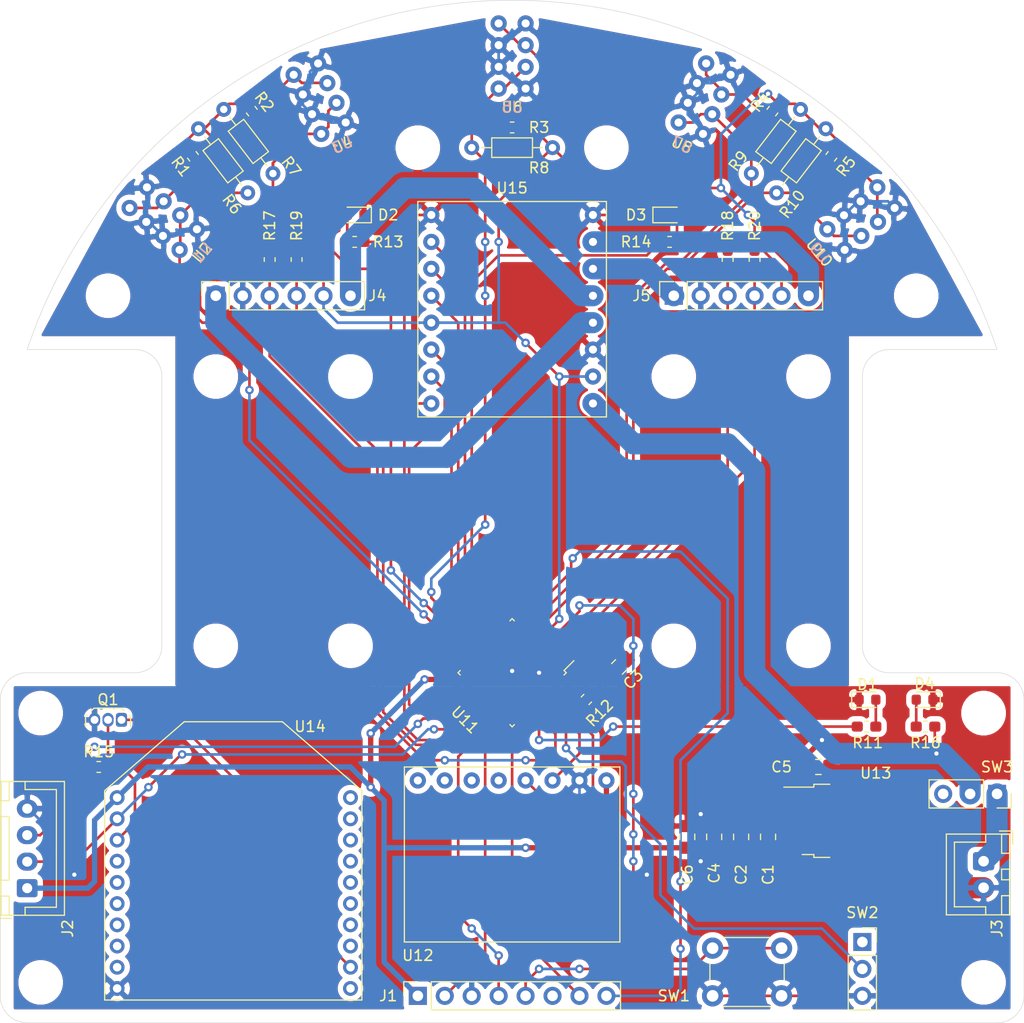
<source format=kicad_pcb>
(kicad_pcb (version 20171130) (host pcbnew "(5.1.4-0-10_14)")
  (layers (0 F.Cu signal hide) (31 B.Cu signal hide) (34 B.Paste user) (35 F.Paste user) (36 B.SilkS user) (37 F.SilkS user) (38 B.Mask user) (39 F.Mask user) (44 Edge.Cuts user))
  (net 0 "")
  (net 1 GND)
  (net 2 VDD)
  (net 3 NRST)
  (net 4 "Net-(D1-Pad2)")
  (net 5 SWCLK)
  (net 6 SWDIO)
  (net 7 "Net-(J1-Pad6)")
  (net 8 VCP_RX)
  (net 9 VCP_TX)
  (net 10 F303'sRX)
  (net 11 F303'sTX)
  (net 12 L_MT_2)
  (net 13 L_ENC_B)
  (net 14 L_ENC_A)
  (net 15 L_MT_1)
  (net 16 R_MT_1)
  (net 17 R_ENC_A)
  (net 18 R_ENC_B)
  (net 19 R_MT_2)
  (net 20 "Net-(Q1-Pad2)")
  (net 21 "Net-(Q1-Pad1)")
  (net 22 "Net-(R1-Pad1)")
  (net 23 "Net-(R2-Pad1)")
  (net 24 "Net-(R3-Pad1)")
  (net 25 "Net-(R4-Pad1)")
  (net 26 "Net-(R5-Pad1)")
  (net 27 sensor_1)
  (net 28 sensor_2)
  (net 29 sensor_3)
  (net 30 sensor_4)
  (net 31 sensor_5)
  (net 32 "Net-(R11-Pad1)")
  (net 33 "Net-(R12-Pad1)")
  (net 34 R_MT_S_1)
  (net 35 L_MT_PWM)
  (net 36 L_MT_S_1)
  (net 37 L_MT_S_2)
  (net 38 R_MT_S_2)
  (net 39 R_MT_PWM)
  (net 40 SCL)
  (net 41 SDA)
  (net 42 +BATT)
  (net 43 "Net-(D2-Pad2)")
  (net 44 "Net-(D3-Pad2)")
  (net 45 "Net-(D4-Pad2)")
  (net 46 SW)
  (net 47 "Net-(J3-Pad1)")
  (net 48 "Net-(SW2-Pad1)")
  (net 49 "Net-(SW3-Pad3)")
  (net 50 "Net-(U12-Pad5)")
  (net 51 "Net-(U12-Pad6)")
  (net 52 "Net-(U12-Pad7)")
  (net 53 "Net-(U12-Pad8)")
  (net 54 "Net-(U14-Pad17)")
  (net 55 "Net-(U14-Pad7)")
  (net 56 "Net-(U14-Pad9)")
  (net 57 "Net-(U14-Pad5)")
  (net 58 "Net-(U14-Pad6)")
  (net 59 "Net-(U14-Pad4)")
  (net 60 "Net-(U14-Pad14)")
  (net 61 "Net-(U14-Pad19)")
  (net 62 "Net-(U14-Pad15)")
  (net 63 "Net-(U14-Pad11)")
  (net 64 "Net-(U14-Pad18)")
  (net 65 "Net-(U14-Pad20)")
  (net 66 "Net-(U14-Pad16)")
  (net 67 "Net-(U14-Pad8)")
  (net 68 "Net-(U14-Pad13)")
  (module Capacitor_SMD:C_0805_2012Metric_Pad1.15x1.40mm_HandSolder (layer F.Cu) (at 88.810216 154.394784 225)
    (fp_text reference C3 (at -0.126974 -1.796051 45) (layer F.SilkS))
    (fp_text value 100nF)
    (pad 2 smd roundrect (at 1.025 0 225) (size 1.15 1.4) (layers F.Cu F.Paste F.Mask) (roundrect_rratio 0.217391) (net 1 GND))
    (pad 1 smd roundrect (at -1.025 0 225) (size 1.15 1.4) (layers F.Cu F.Paste F.Mask) (roundrect_rratio 0.217391) (net 3 NRST))
  )
  (module Package_QFP:LQFP-32_7x7mm_P0.8mm (layer F.Cu) (at 78.74 154.94 225)
    (fp_text reference U11 (at 6.286179 0 135) (layer F.SilkS))
    (fp_text value STM32F303K8Tx)
    (pad 1 smd roundrect (at -4.175 -2.8 225) (size 1.5 0.5) (layers F.Cu F.Paste F.Mask) (net 2 VDD))
    (pad 2 smd roundrect (at -4.175 -2 225) (size 1.5 0.5) (layers F.Cu F.Paste F.Mask) (net 18 R_ENC_B))
    (pad 3 smd roundrect (at -4.175 -1.2 225) (size 1.5 0.5) (layers F.Cu F.Paste F.Mask) (net 17 R_ENC_A))
    (pad 4 smd roundrect (at -4.175 -0.4 225) (size 1.5 0.5) (layers F.Cu F.Paste F.Mask) (net 3 NRST))
    (pad 5 smd roundrect (at -4.175 0.4 225) (size 1.5 0.5) (layers F.Cu F.Paste F.Mask) (net 2 VDD))
    (pad 6 smd roundrect (at -4.175 1.2 225) (size 1.5 0.5) (layers F.Cu F.Paste F.Mask) (net 31 sensor_5))
    (pad 7 smd roundrect (at -4.175 2 225) (size 1.5 0.5) (layers F.Cu F.Paste F.Mask) (net 30 sensor_4))
    (pad 8 smd roundrect (at -4.175 2.8 225) (size 1.5 0.5) (layers F.Cu F.Paste F.Mask) (net 9 VCP_TX))
    (pad 9 smd roundrect (at -2.8 4.175 225) (size 0.5 1.5) (layers F.Cu F.Paste F.Mask) (net 39 R_MT_PWM))
    (pad 10 smd roundrect (at -2 4.175 225) (size 0.5 1.5) (layers F.Cu F.Paste F.Mask) (net 38 R_MT_S_2))
    (pad 11 smd roundrect (at -1.2 4.175 225) (size 0.5 1.5) (layers F.Cu F.Paste F.Mask) (net 34 R_MT_S_1))
    (pad 12 smd roundrect (at -0.4 4.175 225) (size 0.5 1.5) (layers F.Cu F.Paste F.Mask) (net 36 L_MT_S_1))
    (pad 13 smd roundrect (at 0.4 4.175 225) (size 0.5 1.5) (layers F.Cu F.Paste F.Mask) (net 29 sensor_3))
    (pad 14 smd roundrect (at 1.2 4.175 225) (size 0.5 1.5) (layers F.Cu F.Paste F.Mask) (net 28 sensor_2))
    (pad 15 smd roundrect (at 2 4.175 225) (size 0.5 1.5) (layers F.Cu F.Paste F.Mask) (net 27 sensor_1))
    (pad 16 smd roundrect (at 2.8 4.175 225) (size 0.5 1.5) (layers F.Cu F.Paste F.Mask) (net 1 GND))
    (pad 17 smd roundrect (at 4.175 2.8 225) (size 1.5 0.5) (layers F.Cu F.Paste F.Mask) (net 2 VDD))
    (pad 18 smd roundrect (at 4.175 2 225) (size 1.5 0.5) (layers F.Cu F.Paste F.Mask) (net 37 L_MT_S_2))
    (pad 19 smd roundrect (at 4.175 1.2 225) (size 1.5 0.5) (layers F.Cu F.Paste F.Mask) (net 11 F303'sTX))
    (pad 20 smd roundrect (at 4.175 0.4 225) (size 1.5 0.5) (layers F.Cu F.Paste F.Mask) (net 10 F303'sRX))
    (pad 21 smd roundrect (at 4.175 -0.4 225) (size 1.5 0.5) (layers F.Cu F.Paste F.Mask) (net 35 L_MT_PWM))
    (pad 22 smd roundrect (at 4.175 -1.2 225) (size 1.5 0.5) (layers F.Cu F.Paste F.Mask) (net 13 L_ENC_B))
    (pad 23 smd roundrect (at 4.175 -2 225) (size 1.5 0.5) (layers F.Cu F.Paste F.Mask) (net 6 SWDIO))
    (pad 24 smd roundrect (at 4.175 -2.8 225) (size 1.5 0.5) (layers F.Cu F.Paste F.Mask) (net 5 SWCLK))
    (pad 25 smd roundrect (at 2.8 -4.175 225) (size 0.5 1.5) (layers F.Cu F.Paste F.Mask) (net 8 VCP_RX))
    (pad 26 smd roundrect (at 2 -4.175 225) (size 0.5 1.5) (layers F.Cu F.Paste F.Mask) (net 32 "Net-(R11-Pad1)"))
    (pad 27 smd roundrect (at 1.2 -4.175 225) (size 0.5 1.5) (layers F.Cu F.Paste F.Mask) (net 14 L_ENC_A))
    (pad 28 smd roundrect (at 0.4 -4.175 225) (size 0.5 1.5) (layers F.Cu F.Paste F.Mask) (net 46 SW))
    (pad 29 smd roundrect (at -0.4 -4.175 225) (size 0.5 1.5) (layers F.Cu F.Paste F.Mask) (net 40 SCL))
    (pad 30 smd roundrect (at -1.2 -4.175 225) (size 0.5 1.5) (layers F.Cu F.Paste F.Mask) (net 41 SDA))
    (pad 31 smd roundrect (at -2 -4.175 225) (size 0.5 1.5) (layers F.Cu F.Paste F.Mask) (net 33 "Net-(R12-Pad1)"))
    (pad 32 smd roundrect (at -2.8 -4.175 225) (size 0.5 1.5) (layers F.Cu F.Paste F.Mask) (net 1 GND))
  )
  (module LED_SMD:LED_0603_1608Metric (layer F.Cu) (at 63.9825 111.76 180)
    (fp_text reference D2 (at -3.0735 0) (layer F.SilkS))
    (fp_text value LED)
    (pad 2 smd roundrect (at 0.7875 0 180) (size 0.875 0.95) (layers F.Cu F.Paste F.Mask) (net 43 "Net-(D2-Pad2)"))
    (pad 1 smd roundrect (at -0.7875 0 180) (size 0.875 0.95) (layers F.Cu F.Paste F.Mask) (net 1 GND))
  )
  (module MountingHole:MountingHole_3.2mm_M3 (layer F.Cu) (at 69.85 105.41)
    (fp_text reference " " (at 0 -4.2) (layer F.SilkS))
    (fp_text value MountingHole_3.2mm_M3)
    (pad 1 np_thru_hole circle (at 0 0) (size 3.2 3.2) (drill 3.2) (layers *.Cu *.Mask))
  )
  (module MountingHole:MountingHole_3.2mm_M3 (layer F.Cu) (at 87.63 105.41)
    (fp_text reference " " (at 0 -4.2) (layer F.SilkS))
    (fp_text value MountingHole_3.2mm_M3)
    (pad 1 np_thru_hole circle (at 0 0) (size 3.2 3.2) (drill 3.2) (layers *.Cu *.Mask))
  )
  (module Resistor_THT:R_Axial_DIN0204_L3.6mm_D1.6mm_P7.62mm_Horizontal (layer F.Cu) (at 56.188335 107.846078 127.5)
    (fp_text reference R7 (at -0.527212 1.768088 127.5) (layer F.SilkS))
    (fp_text value R)
    (pad 2 thru_hole oval (at 7.62 0 127.5) (size 1.4 1.4) (drill 0.7) (layers *.Cu *.Mask) (net 2 VDD))
    (pad 1 thru_hole circle (at 0 0 127.5) (size 1.4 1.4) (drill 0.7) (layers *.Cu *.Mask) (net 28 sensor_2))
  )
  (module MountingHole:MountingHole_3.2mm_M3 (layer F.Cu) (at 34.29 184.15)
    (fp_text reference " " (at 0 -4.2) (layer F.SilkS))
    (fp_text value MountingHole_3.2mm_M3)
    (pad 1 np_thru_hole circle (at 0 0) (size 3.2 3.2) (drill 3.2) (layers *.Cu *.Mask))
  )
  (module MountingHole:MountingHole_3.2mm_M3 (layer F.Cu) (at 34.29 158.75)
    (fp_text reference " " (at 0 -4.2) (layer F.SilkS))
    (fp_text value MountingHole_3.2mm_M3)
    (pad 1 np_thru_hole circle (at 0 0) (size 3.2 3.2) (drill 3.2) (layers *.Cu *.Mask))
  )
  (module MountingHole:MountingHole_3.2mm_M3 (layer F.Cu) (at 123.19 184.15)
    (fp_text reference " " (at 0 -4.2) (layer F.SilkS))
    (fp_text value MountingHole_3.2mm_M3)
    (pad 1 np_thru_hole circle (at 0 0) (size 3.2 3.2) (drill 3.2) (layers *.Cu *.Mask))
  )
  (module MountingHole:MountingHole_3.2mm_M3 (layer F.Cu) (at 123.19 158.75)
    (fp_text reference " " (at 0 -4.2) (layer F.SilkS))
    (fp_text value MountingHole_3.2mm_M3)
    (pad 1 np_thru_hole circle (at 0 0) (size 3.2 3.2) (drill 3.2) (layers *.Cu *.Mask))
  )
  (module MountingHole:MountingHole_3.2mm_M3 (layer F.Cu) (at 50.8 152.4)
    (fp_text reference " " (at 0 -4.2) (layer F.SilkS))
    (fp_text value MountingHole_3.2mm_M3)
    (pad 1 np_thru_hole circle (at 0 0) (size 3.2 3.2) (drill 3.2) (layers *.Cu *.Mask))
  )
  (module MountingHole:MountingHole_3.2mm_M3 (layer F.Cu) (at 63.5 152.4)
    (fp_text reference " " (at 0 -4.2) (layer F.SilkS))
    (fp_text value MountingHole_3.2mm_M3)
    (pad 1 np_thru_hole circle (at 0 0) (size 3.2 3.2) (drill 3.2) (layers *.Cu *.Mask))
  )
  (module MountingHole:MountingHole_3.2mm_M3 (layer F.Cu) (at 40.64 119.38)
    (fp_text reference " " (at 0 -4.2) (layer F.SilkS))
    (fp_text value MountingHole_3.2mm_M3)
    (pad 1 np_thru_hole circle (at 0 0) (size 3.2 3.2) (drill 3.2) (layers *.Cu *.Mask))
  )
  (module MountingHole:MountingHole_3.2mm_M3 (layer F.Cu) (at 50.8 127)
    (fp_text reference " " (at 0 -4.2) (layer F.SilkS))
    (fp_text value MountingHole_3.2mm_M3)
    (pad 1 np_thru_hole circle (at 0 0) (size 3.2 3.2) (drill 3.2) (layers *.Cu *.Mask))
  )
  (module MountingHole:MountingHole_3.2mm_M3 (layer F.Cu) (at 63.5 127)
    (fp_text reference " " (at 0 -4.2) (layer F.SilkS))
    (fp_text value MountingHole_3.2mm_M3)
    (pad 1 np_thru_hole circle (at 0 0) (size 3.2 3.2) (drill 3.2) (layers *.Cu *.Mask))
  )
  (module MountingHole:MountingHole_3.2mm_M3 (layer F.Cu) (at 93.98 152.4)
    (fp_text reference " " (at 0 -4.2) (layer F.SilkS))
    (fp_text value MountingHole_3.2mm_M3)
    (pad 1 np_thru_hole circle (at 0 0) (size 3.2 3.2) (drill 3.2) (layers *.Cu *.Mask))
  )
  (module MountingHole:MountingHole_3.2mm_M3 (layer F.Cu) (at 106.68 152.4)
    (fp_text reference " " (at 0 -4.2) (layer F.SilkS))
    (fp_text value MountingHole_3.2mm_M3)
    (pad 1 np_thru_hole circle (at 0 0) (size 3.2 3.2) (drill 3.2) (layers *.Cu *.Mask))
  )
  (module MountingHole:MountingHole_3.2mm_M3 (layer F.Cu) (at 93.98 127)
    (fp_text reference " " (at 0 -4.2) (layer F.SilkS))
    (fp_text value MountingHole_3.2mm_M3)
    (pad 1 np_thru_hole circle (at 0 0) (size 3.2 3.2) (drill 3.2) (layers *.Cu *.Mask))
  )
  (module MountingHole:MountingHole_3.2mm_M3 (layer F.Cu) (at 106.68 127)
    (fp_text reference " " (at 0 -4.2) (layer F.SilkS))
    (fp_text value MountingHole_3.2mm_M3)
    (pad 1 np_thru_hole circle (at 0 0) (size 3.2 3.2) (drill 3.2) (layers *.Cu *.Mask))
  )
  (module MountingHole:MountingHole_3.2mm_M3 (layer F.Cu) (at 116.84 119.38)
    (fp_text reference " " (at 0 -4.2) (layer F.SilkS))
    (fp_text value MountingHole_3.2mm_M3)
    (pad 1 np_thru_hole circle (at 0 0) (size 3.2 3.2) (drill 3.2) (layers *.Cu *.Mask))
  )
  (module Connector_JST:JST_XH_B2B-XH-A_1x02_P2.50mm_Vertical (layer F.Cu) (at 123.19 172.72 270)
    (fp_text reference J3 (at 6.35 -1.27 90) (layer F.SilkS))
    (fp_text value Conn_01x02_Male)
    (pad 1 thru_hole roundrect (at 0 0 270) (size 1.7 2) (drill 1) (layers *.Cu *.Mask) (roundrect_rratio 0.147059) (net 47 "Net-(J3-Pad1)"))
    (pad 2 thru_hole oval (at 2.5 0 270) (size 1.7 2) (drill 1) (layers *.Cu *.Mask) (net 1 GND))
  )
  (module Capacitor_SMD:C_0805_2012Metric_Pad1.15x1.40mm_HandSolder (layer F.Cu) (at 102.87 170.425 270)
    (fp_text reference C1 (at 3.565 0 90) (layer F.SilkS))
    (fp_text value 100nF)
    (pad 1 smd roundrect (at -1.025 0 270) (size 1.15 1.4) (layers F.Cu F.Paste F.Mask) (roundrect_rratio 0.217391) (net 1 GND))
    (pad 2 smd roundrect (at 1.025 0 270) (size 1.15 1.4) (layers F.Cu F.Paste F.Mask) (roundrect_rratio 0.217391) (net 2 VDD))
  )
  (module Capacitor_SMD:C_0805_2012Metric_Pad1.15x1.40mm_HandSolder (layer F.Cu) (at 100.33 170.425 270)
    (fp_text reference C2 (at 3.565 0 90) (layer F.SilkS))
    (fp_text value 100nF)
    (pad 2 smd roundrect (at 1.025 0 270) (size 1.15 1.4) (layers F.Cu F.Paste F.Mask) (roundrect_rratio 0.217391) (net 2 VDD))
    (pad 1 smd roundrect (at -1.025 0 270) (size 1.15 1.4) (layers F.Cu F.Paste F.Mask) (roundrect_rratio 0.217391) (net 1 GND))
  )
  (module Capacitor_SMD:C_0805_2012Metric_Pad1.15x1.40mm_HandSolder (layer F.Cu) (at 97.79 170.425 270)
    (fp_text reference C4 (at 3.42 0 90) (layer F.SilkS))
    (fp_text value 100nF)
    (pad 1 smd roundrect (at -1.025 0 270) (size 1.15 1.4) (layers F.Cu F.Paste F.Mask) (roundrect_rratio 0.217391) (net 1 GND))
    (pad 2 smd roundrect (at 1.025 0 270) (size 1.15 1.4) (layers F.Cu F.Paste F.Mask) (roundrect_rratio 0.217391) (net 2 VDD))
  )
  (module LED_SMD:LED_0603_1608Metric (layer F.Cu) (at 112.2425 157.48)
    (fp_text reference D1 (at 0 -1.43) (layer F.SilkS))
    (fp_text value LED)
    (pad 1 smd roundrect (at -0.7875 0) (size 0.875 0.95) (layers F.Cu F.Paste F.Mask) (net 1 GND))
    (pad 2 smd roundrect (at 0.7875 0) (size 0.875 0.95) (layers F.Cu F.Paste F.Mask) (net 4 "Net-(D1-Pad2)"))
  )
  (module Connector_PinSocket_2.54mm:PinSocket_1x08_P2.54mm_Vertical (layer F.Cu) (at 69.85 185.42 90)
    (fp_text reference J1 (at 0 -2.794 180) (layer F.SilkS))
    (fp_text value Conn_01x08_Male)
    (pad 1 thru_hole rect (at 0 0 90) (size 1.7 1.7) (drill 1) (layers *.Cu *.Mask) (net 2 VDD))
    (pad 2 thru_hole oval (at 0 2.54 90) (size 1.7 1.7) (drill 1) (layers *.Cu *.Mask) (net 5 SWCLK))
    (pad 3 thru_hole oval (at 0 5.08 90) (size 1.7 1.7) (drill 1) (layers *.Cu *.Mask) (net 1 GND))
    (pad 4 thru_hole oval (at 0 7.62 90) (size 1.7 1.7) (drill 1) (layers *.Cu *.Mask) (net 6 SWDIO))
    (pad 5 thru_hole oval (at 0 10.16 90) (size 1.7 1.7) (drill 1) (layers *.Cu *.Mask) (net 3 NRST))
    (pad 6 thru_hole oval (at 0 12.7 90) (size 1.7 1.7) (drill 1) (layers *.Cu *.Mask) (net 7 "Net-(J1-Pad6)"))
    (pad 7 thru_hole oval (at 0 15.24 90) (size 1.7 1.7) (drill 1) (layers *.Cu *.Mask) (net 8 VCP_RX))
    (pad 8 thru_hole oval (at 0 17.78 90) (size 1.7 1.7) (drill 1) (layers *.Cu *.Mask) (net 9 VCP_TX))
  )
  (module Connector_JST:JST_XH_B4B-XH-A_1x04_P2.50mm_Vertical (layer F.Cu) (at 33.02 175.26 90)
    (fp_text reference J2 (at -3.81 3.81 90) (layer F.SilkS))
    (fp_text value Conn_01x04_Male)
    (pad 1 thru_hole roundrect (at 0 0 90) (size 1.7 1.95) (drill 0.95) (layers *.Cu *.Mask) (roundrect_rratio 0.147059) (net 2 VDD))
    (pad 2 thru_hole oval (at 2.5 0 90) (size 1.7 1.95) (drill 0.95) (layers *.Cu *.Mask) (net 10 F303'sRX))
    (pad 3 thru_hole oval (at 5 0 90) (size 1.7 1.95) (drill 0.95) (layers *.Cu *.Mask) (net 11 F303'sTX))
    (pad 4 thru_hole oval (at 7.5 0 90) (size 1.7 1.95) (drill 0.95) (layers *.Cu *.Mask) (net 1 GND))
  )
  (module Connector_PinSocket_2.54mm:PinSocket_1x06_P2.54mm_Vertical (layer F.Cu) (at 50.8 119.38 90)
    (fp_text reference J4 (at 0 15.24 180) (layer F.SilkS))
    (fp_text value Conn_01x06_Male)
    (pad 6 thru_hole oval (at 0 12.7 90) (size 1.7 1.7) (drill 1) (layers *.Cu *.Mask) (net 12 L_MT_2))
    (pad 5 thru_hole oval (at 0 10.16 90) (size 1.7 1.7) (drill 1) (layers *.Cu *.Mask) (net 2 VDD))
    (pad 4 thru_hole oval (at 0 7.62 90) (size 1.7 1.7) (drill 1) (layers *.Cu *.Mask) (net 13 L_ENC_B))
    (pad 3 thru_hole oval (at 0 5.08 90) (size 1.7 1.7) (drill 1) (layers *.Cu *.Mask) (net 14 L_ENC_A))
    (pad 2 thru_hole oval (at 0 2.54 90) (size 1.7 1.7) (drill 1) (layers *.Cu *.Mask) (net 1 GND))
    (pad 1 thru_hole rect (at 0 0 90) (size 1.7 1.7) (drill 1) (layers *.Cu *.Mask) (net 15 L_MT_1))
  )
  (module Connector_PinSocket_2.54mm:PinSocket_1x06_P2.54mm_Vertical (layer F.Cu) (at 93.98 119.38 90)
    (fp_text reference J5 (at 0 -3.048 180) (layer F.SilkS))
    (fp_text value Conn_01x06_Male)
    (pad 1 thru_hole rect (at 0 0 90) (size 1.7 1.7) (drill 1) (layers *.Cu *.Mask) (net 16 R_MT_1))
    (pad 2 thru_hole oval (at 0 2.54 90) (size 1.7 1.7) (drill 1) (layers *.Cu *.Mask) (net 1 GND))
    (pad 3 thru_hole oval (at 0 5.08 90) (size 1.7 1.7) (drill 1) (layers *.Cu *.Mask) (net 17 R_ENC_A))
    (pad 4 thru_hole oval (at 0 7.62 90) (size 1.7 1.7) (drill 1) (layers *.Cu *.Mask) (net 18 R_ENC_B))
    (pad 5 thru_hole oval (at 0 10.16 90) (size 1.7 1.7) (drill 1) (layers *.Cu *.Mask) (net 2 VDD))
    (pad 6 thru_hole oval (at 0 12.7 90) (size 1.7 1.7) (drill 1) (layers *.Cu *.Mask) (net 19 R_MT_2))
  )
  (module Package_TO_SOT_THT:TO-92Flat (layer F.Cu) (at 41.91 159.385 180)
    (fp_text reference Q1 (at 1.27 1.905) (layer F.SilkS))
    (fp_text value Q_NPN_BCE)
    (pad 2 thru_hole oval (at 1.27 0 180) (size 1.05 1.3) (drill 0.75) (layers *.Cu *.Mask) (net 20 "Net-(Q1-Pad2)"))
    (pad 3 thru_hole oval (at 2.54 0 180) (size 1.05 1.3) (drill 0.75) (layers *.Cu *.Mask) (net 1 GND))
    (pad 1 thru_hole roundrect (at 0 0 180) (size 1.05 1.3) (drill 0.75) (layers *.Cu *.Mask) (roundrect_rratio 0.238) (net 21 "Net-(Q1-Pad1)"))
  )
  (module Resistor_SMD:R_0603_1608Metric_Pad1.05x0.95mm_HandSolder (layer F.Cu) (at 48.645096 106.228935 127.5)
    (fp_text reference R1 (at -0.070241 -1.483897 127.5) (layer F.SilkS))
    (fp_text value 1k)
    (pad 1 smd roundrect (at -0.875 0 127.5) (size 1.05 0.95) (layers F.Cu F.Paste F.Mask) (net 22 "Net-(R1-Pad1)"))
    (pad 2 smd roundrect (at 0.875 0 127.5) (size 1.05 0.95) (layers F.Cu F.Paste F.Mask) (net 2 VDD))
  )
  (module Resistor_SMD:R_0603_1608Metric_Pad1.05x0.95mm_HandSolder (layer F.Cu) (at 54.198568 101.967605 127.5)
    (fp_text reference R2 (at -0.019676 1.463981 127.5) (layer F.SilkS))
    (fp_text value 1k)
    (pad 2 smd roundrect (at 0.875 0 127.5) (size 1.05 0.95) (layers F.Cu F.Paste F.Mask) (net 2 VDD))
    (pad 1 smd roundrect (at -0.875 0 127.5) (size 1.05 0.95) (layers F.Cu F.Paste F.Mask) (net 23 "Net-(R2-Pad1)"))
  )
  (module Resistor_SMD:R_0603_1608Metric_Pad1.05x0.95mm_HandSolder (layer F.Cu) (at 78.74 103.505)
    (fp_text reference R3 (at 2.54 0) (layer F.SilkS))
    (fp_text value 1k)
    (pad 1 smd roundrect (at -0.875 0) (size 1.05 0.95) (layers F.Cu F.Paste F.Mask) (net 24 "Net-(R3-Pad1)"))
    (pad 2 smd roundrect (at 0.875 0) (size 1.05 0.95) (layers F.Cu F.Paste F.Mask) (net 2 VDD))
  )
  (module Resistor_SMD:R_0603_1608Metric_Pad1.05x0.95mm_HandSolder (layer F.Cu) (at 103.281432 101.967605 52.5)
    (fp_text reference R4 (at 0 -1.43 52.5) (layer F.SilkS))
    (fp_text value 1k)
    (pad 2 smd roundrect (at 0.875 0 52.5) (size 1.05 0.95) (layers F.Cu F.Paste F.Mask) (net 2 VDD))
    (pad 1 smd roundrect (at -0.875 0 52.5) (size 1.05 0.95) (layers F.Cu F.Paste F.Mask) (net 25 "Net-(R4-Pad1)"))
  )
  (module Resistor_SMD:R_0603_1608Metric_Pad1.05x0.95mm_HandSolder (layer F.Cu) (at 108.834904 106.228935 52.5)
    (fp_text reference R5 (at 0.092056 1.695406 52.5) (layer F.SilkS))
    (fp_text value 1k)
    (pad 1 smd roundrect (at -0.875 0 52.5) (size 1.05 0.95) (layers F.Cu F.Paste F.Mask) (net 26 "Net-(R5-Pad1)"))
    (pad 2 smd roundrect (at 0.875 0 52.5) (size 1.05 0.95) (layers F.Cu F.Paste F.Mask) (net 2 VDD))
  )
  (module Resistor_THT:R_Axial_DIN0204_L3.6mm_D1.6mm_P7.62mm_Horizontal (layer F.Cu) (at 53.808275 109.672362 127.5)
    (fp_text reference R6 (at 0.053382 -1.829926 127.5) (layer F.SilkS))
    (fp_text value R)
    (pad 1 thru_hole circle (at 0 0 127.5) (size 1.4 1.4) (drill 0.7) (layers *.Cu *.Mask) (net 27 sensor_1))
    (pad 2 thru_hole oval (at 7.62 0 127.5) (size 1.4 1.4) (drill 0.7) (layers *.Cu *.Mask) (net 2 VDD))
  )
  (module Resistor_THT:R_Axial_DIN0204_L3.6mm_D1.6mm_P7.62mm_Horizontal (layer F.Cu) (at 74.93 105.41)
    (fp_text reference R8 (at 6.35 1.905) (layer F.SilkS))
    (fp_text value R)
    (pad 1 thru_hole circle (at 0 0) (size 1.4 1.4) (drill 0.7) (layers *.Cu *.Mask) (net 29 sensor_3))
    (pad 2 thru_hole oval (at 7.62 0) (size 1.4 1.4) (drill 0.7) (layers *.Cu *.Mask) (net 2 VDD))
  )
  (module Resistor_THT:R_Axial_DIN0204_L3.6mm_D1.6mm_P7.62mm_Horizontal (layer F.Cu) (at 103.671725 109.672362 52.5)
    (fp_text reference R10 (at 0.053382 1.829926 52.5) (layer F.SilkS))
    (fp_text value R)
    (pad 1 thru_hole circle (at 0 0 52.5) (size 1.4 1.4) (drill 0.7) (layers *.Cu *.Mask) (net 31 sensor_5))
    (pad 2 thru_hole oval (at 7.62 0 52.5) (size 1.4 1.4) (drill 0.7) (layers *.Cu *.Mask) (net 2 VDD))
  )
  (module Button_Switch_THT:SW_PUSH_6mm_H4.3mm (layer F.Cu) (at 104.14 185.42 180)
    (fp_text reference SW1 (at 10.16 0) (layer F.SilkS))
    (fp_text value SW_DIP_x01)
    (pad 2 thru_hole circle (at 0 4.5 270) (size 2 2) (drill 1.1) (layers *.Cu *.Mask) (net 3 NRST))
    (pad 1 thru_hole circle (at 0 0 270) (size 2 2) (drill 1.1) (layers *.Cu *.Mask) (net 1 GND))
    (pad 2 thru_hole circle (at 6.5 4.5 270) (size 2 2) (drill 1.1) (layers *.Cu *.Mask) (net 3 NRST))
    (pad 1 thru_hole circle (at 6.5 0 270) (size 2 2) (drill 1.1) (layers *.Cu *.Mask) (net 1 GND))
  )
  (module MyFootprint:TB6612FNG (layer F.Cu) (at 78.74 120.65 180)
    (fp_text reference U15 (at 0 11.43) (layer F.SilkS))
    (fp_text value TB6612FNG)
    (pad 1 thru_hole circle (at -7.62 -8.89 180) (size 1.524 1.524) (drill 0.762) (layers *.Cu *.Mask) (net 42 +BATT))
    (pad 2 thru_hole circle (at -7.62 -6.35 180) (size 1.524 1.524) (drill 0.762) (layers *.Cu *.Mask) (net 2 VDD))
    (pad 3 thru_hole circle (at -7.62 -3.81 180) (size 1.524 1.524) (drill 0.762) (layers *.Cu *.Mask) (net 1 GND))
    (pad 4 thru_hole circle (at -7.62 -1.27 180) (size 1.524 1.524) (drill 0.762) (layers *.Cu *.Mask) (net 15 L_MT_1))
    (pad 5 thru_hole circle (at -7.62 1.27 180) (size 1.524 1.524) (drill 0.762) (layers *.Cu *.Mask) (net 12 L_MT_2))
    (pad 6 thru_hole circle (at -7.62 3.81 180) (size 1.524 1.524) (drill 0.762) (layers *.Cu *.Mask) (net 16 R_MT_1))
    (pad 7 thru_hole circle (at -7.62 6.35 180) (size 1.524 1.524) (drill 0.762) (layers *.Cu *.Mask) (net 19 R_MT_2))
    (pad 8 thru_hole circle (at -7.62 8.89 180) (size 1.524 1.524) (drill 0.762) (layers *.Cu *.Mask) (net 1 GND))
    (pad 9 thru_hole circle (at 7.62 8.89 180) (size 1.524 1.524) (drill 0.762) (layers *.Cu *.Mask) (net 1 GND))
    (pad 10 thru_hole circle (at 7.62 6.35 180) (size 1.524 1.524) (drill 0.762) (layers *.Cu *.Mask) (net 39 R_MT_PWM))
    (pad 11 thru_hole circle (at 7.62 3.81 180) (size 1.524 1.524) (drill 0.762) (layers *.Cu *.Mask) (net 38 R_MT_S_2))
    (pad 12 thru_hole circle (at 7.62 1.27 180) (size 1.524 1.524) (drill 0.762) (layers *.Cu *.Mask) (net 34 R_MT_S_1))
    (pad 13 thru_hole circle (at 7.62 -1.27 180) (size 1.524 1.524) (drill 0.762) (layers *.Cu *.Mask) (net 2 VDD))
    (pad 14 thru_hole circle (at 7.62 -3.81 180) (size 1.524 1.524) (drill 0.762) (layers *.Cu *.Mask) (net 36 L_MT_S_1))
    (pad 15 thru_hole circle (at 7.62 -6.35 180) (size 1.524 1.524) (drill 0.762) (layers *.Cu *.Mask) (net 37 L_MT_S_2))
    (pad 16 thru_hole circle (at 7.62 -8.89 180) (size 1.524 1.524) (drill 0.762) (layers *.Cu *.Mask) (net 35 L_MT_PWM))
  )
  (module Capacitor_SMD:C_0805_2012Metric_Pad1.15x1.40mm_HandSolder (layer F.Cu) (at 107.615001 163.83 180)
    (fp_text reference C5 (at 3.475001 0) (layer F.SilkS))
    (fp_text value 100nF)
    (pad 1 smd roundrect (at -1.025 0 180) (size 1.15 1.4) (layers F.Cu F.Paste F.Mask) (roundrect_rratio 0.217391) (net 1 GND))
    (pad 2 smd roundrect (at 1.025 0 180) (size 1.15 1.4) (layers F.Cu F.Paste F.Mask) (roundrect_rratio 0.217391) (net 42 +BATT))
  )
  (module Capacitor_SMD:C_0805_2012Metric_Pad1.15x1.40mm_HandSolder (layer F.Cu) (at 95.25 170.425 270)
    (fp_text reference C6 (at 3.565 0 90) (layer F.SilkS))
    (fp_text value 100nF)
    (pad 2 smd roundrect (at 1.025 0 270) (size 1.15 1.4) (layers F.Cu F.Paste F.Mask) (roundrect_rratio 0.217391) (net 2 VDD))
    (pad 1 smd roundrect (at -1.025 0 270) (size 1.15 1.4) (layers F.Cu F.Paste F.Mask) (roundrect_rratio 0.217391) (net 1 GND))
  )
  (module LED_SMD:LED_0603_1608Metric (layer F.Cu) (at 93.4975 111.76)
    (fp_text reference D3 (at -3.0735 0) (layer F.SilkS))
    (fp_text value LED)
    (pad 2 smd roundrect (at 0.7875 0) (size 0.875 0.95) (layers F.Cu F.Paste F.Mask) (net 44 "Net-(D3-Pad2)"))
    (pad 1 smd roundrect (at -0.7875 0) (size 0.875 0.95) (layers F.Cu F.Paste F.Mask) (net 1 GND))
  )
  (module Connector_PinSocket_2.54mm:PinSocket_1x03_P2.54mm_Vertical (layer F.Cu) (at 124.46 166.37 270)
    (fp_text reference SW3 (at -2.54 0 180) (layer F.SilkS))
    (fp_text value SW_SPDT)
    (pad 1 thru_hole rect (at 0 0 270) (size 1.7 1.7) (drill 1) (layers *.Cu *.Mask) (net 47 "Net-(J3-Pad1)"))
    (pad 2 thru_hole oval (at 0 2.54 270) (size 1.7 1.7) (drill 1) (layers *.Cu *.Mask) (net 42 +BATT))
    (pad 3 thru_hole oval (at 0 5.08 270) (size 1.7 1.7) (drill 1) (layers *.Cu *.Mask) (net 49 "Net-(SW3-Pad3)"))
  )
  (module Package_TO_SOT_SMD:TO-252-3_TabPin2 (layer F.Cu) (at 109.66 168.91)
    (fp_text reference U13 (at 3.37 -4.5) (layer F.SilkS))
    (fp_text value NJM7805SDL1)
    (pad 1 smd rect (at -4.2 -2.28) (size 2.2 1.2) (layers F.Cu F.Paste F.Mask) (net 42 +BATT))
    (pad 2 smd rect (at -4.2 0) (size 2.2 1.2) (layers F.Cu F.Paste F.Mask) (net 1 GND))
    (pad 3 smd rect (at -4.2 2.28) (size 2.2 1.2) (layers F.Cu F.Paste F.Mask) (net 2 VDD))
    (pad 2 smd rect (at 2.1 0) (size 6.4 5.8) (layers F.Cu F.Mask) (net 1 GND))
  )
  (module Connector_PinSocket_2.54mm:PinSocket_1x03_P2.54mm_Vertical (layer F.Cu) (at 111.76 180.34)
    (fp_text reference SW2 (at 0 -2.77) (layer F.SilkS))
    (fp_text value SW_SPDT)
    (pad 1 thru_hole rect (at 0 0) (size 1.7 1.7) (drill 1) (layers *.Cu *.Mask) (net 48 "Net-(SW2-Pad1)"))
    (pad 2 thru_hole oval (at 0 2.54) (size 1.7 1.7) (drill 1) (layers *.Cu *.Mask) (net 46 SW))
    (pad 3 thru_hole oval (at 0 5.08) (size 1.7 1.7) (drill 1) (layers *.Cu *.Mask) (net 1 GND))
  )
  (module Resistor_SMD:R_0603_1608Metric_Pad1.05x0.95mm_HandSolder (layer F.Cu) (at 39.765 163.83)
    (fp_text reference R15 (at 0 -1.43) (layer F.SilkS))
    (fp_text value 10k)
    (pad 1 smd roundrect (at -0.875 0) (size 1.05 0.95) (layers F.Cu F.Paste F.Mask) (net 11 F303'sTX))
    (pad 2 smd roundrect (at 0.875 0) (size 1.05 0.95) (layers F.Cu F.Paste F.Mask) (net 20 "Net-(Q1-Pad2)"))
  )
  (module Resistor_SMD:R_0603_1608Metric_Pad1.05x0.95mm_HandSolder (layer F.Cu) (at 55.88 115.965 90)
    (fp_text reference R17 (at 3.189 0 90) (layer F.SilkS))
    (fp_text value 10k)
    (pad 1 smd roundrect (at -0.875 0 90) (size 1.05 0.95) (layers F.Cu F.Paste F.Mask) (net 14 L_ENC_A))
    (pad 2 smd roundrect (at 0.875 0 90) (size 1.05 0.95) (layers F.Cu F.Paste F.Mask) (net 2 VDD))
  )
  (module Resistor_SMD:R_0603_1608Metric_Pad1.05x0.95mm_HandSolder (layer F.Cu) (at 99.06 115.965 90)
    (fp_text reference R18 (at 3.189 0 90) (layer F.SilkS))
    (fp_text value 10k)
    (pad 1 smd roundrect (at -0.875 0 90) (size 1.05 0.95) (layers F.Cu F.Paste F.Mask) (net 17 R_ENC_A))
    (pad 2 smd roundrect (at 0.875 0 90) (size 1.05 0.95) (layers F.Cu F.Paste F.Mask) (net 2 VDD))
  )
  (module Resistor_SMD:R_0603_1608Metric_Pad1.05x0.95mm_HandSolder (layer F.Cu) (at 58.42 115.965 90)
    (fp_text reference R19 (at 3.189 0 90) (layer F.SilkS))
    (fp_text value 10k)
    (pad 2 smd roundrect (at 0.875 0 90) (size 1.05 0.95) (layers F.Cu F.Paste F.Mask) (net 2 VDD))
    (pad 1 smd roundrect (at -0.875 0 90) (size 1.05 0.95) (layers F.Cu F.Paste F.Mask) (net 13 L_ENC_B))
  )
  (module Resistor_SMD:R_0603_1608Metric_Pad1.05x0.95mm_HandSolder (layer F.Cu) (at 101.6 115.965 90)
    (fp_text reference R20 (at 3.189 0 90) (layer F.SilkS))
    (fp_text value 10k)
    (pad 2 smd roundrect (at 0.875 0 90) (size 1.05 0.95) (layers F.Cu F.Paste F.Mask) (net 2 VDD))
    (pad 1 smd roundrect (at -0.875 0 90) (size 1.05 0.95) (layers F.Cu F.Paste F.Mask) (net 18 R_ENC_B))
  )
  (module Resistor_SMD:R_0603_1608Metric_Pad1.05x0.95mm_HandSolder (layer F.Cu) (at 63.895 114.3)
    (fp_text reference R13 (at 3.161 0) (layer F.SilkS))
    (fp_text value R)
    (pad 2 smd roundrect (at 0.875 0) (size 1.05 0.95) (layers F.Cu F.Paste F.Mask) (net 35 L_MT_PWM))
    (pad 1 smd roundrect (at -0.875 0) (size 1.05 0.95) (layers F.Cu F.Paste F.Mask) (net 43 "Net-(D2-Pad2)"))
  )
  (module Resistor_SMD:R_0603_1608Metric_Pad1.05x0.95mm_HandSolder (layer F.Cu) (at 93.585 114.3 180)
    (fp_text reference R14 (at 3.161 0) (layer F.SilkS))
    (fp_text value R)
    (pad 2 smd roundrect (at 0.875 0 180) (size 1.05 0.95) (layers F.Cu F.Paste F.Mask) (net 39 R_MT_PWM))
    (pad 1 smd roundrect (at -0.875 0 180) (size 1.05 0.95) (layers F.Cu F.Paste F.Mask) (net 44 "Net-(D3-Pad2)"))
  )
  (module LED_SMD:LED_0603_1608Metric (layer F.Cu) (at 117.6275 157.48 180)
    (fp_text reference D4 (at 0 1.524) (layer F.SilkS))
    (fp_text value LED)
    (pad 1 smd roundrect (at -0.7875 0 180) (size 0.875 0.95) (layers F.Cu F.Paste F.Mask) (net 1 GND))
    (pad 2 smd roundrect (at 0.7875 0 180) (size 0.875 0.95) (layers F.Cu F.Paste F.Mask) (net 45 "Net-(D4-Pad2)"))
  )
  (module Resistor_SMD:R_0603_1608Metric_Pad1.05x0.95mm_HandSolder (layer F.Cu) (at 117.715 160.02)
    (fp_text reference R16 (at 0 1.524) (layer F.SilkS))
    (fp_text value R)
    (pad 1 smd roundrect (at -0.875 0) (size 1.05 0.95) (layers F.Cu F.Paste F.Mask) (net 45 "Net-(D4-Pad2)"))
    (pad 2 smd roundrect (at 0.875 0) (size 1.05 0.95) (layers F.Cu F.Paste F.Mask) (net 42 +BATT))
  )
  (module Resistor_SMD:R_0603_1608Metric_Pad1.05x0.95mm_HandSolder (layer F.Cu) (at 112.155 160.02)
    (fp_text reference R11 (at 0.113 1.524) (layer F.SilkS))
    (fp_text value R)
    (pad 2 smd roundrect (at 0.875 0) (size 1.05 0.95) (layers F.Cu F.Paste F.Mask) (net 4 "Net-(D1-Pad2)"))
    (pad 1 smd roundrect (at -0.875 0) (size 1.05 0.95) (layers F.Cu F.Paste F.Mask) (net 32 "Net-(R11-Pad1)"))
  )
  (module Resistor_SMD:R_0603_1608Metric_Pad1.05x0.95mm_HandSolder (layer F.Cu) (at 85.741282 157.463718 45)
    (fp_text reference R12 (at -0.023026 1.796051 45) (layer F.SilkS))
    (fp_text value R)
    (pad 1 smd roundrect (at -0.875 0 45) (size 1.05 0.95) (layers F.Cu F.Paste F.Mask) (net 33 "Net-(R12-Pad1)"))
    (pad 2 smd roundrect (at 0.875 0 45) (size 1.05 0.95) (layers F.Cu F.Paste F.Mask) (net 1 GND))
  )
  (module Xbee:XBee (layer F.Cu) (at 52.5744 175.8132)
    (fp_text reference U14 (at 7.1156 -15.7932) (layer F.SilkS))
    (fp_text value XBEE_MODULE)
    (pad 17 thru_hole circle (at 10.9256 -3.0932) (size 1.4 1.4) (drill 0.8) (layers *.Cu *.Mask) (net 54 "Net-(U14-Pad17)"))
    (pad 12 thru_hole circle (at 10.9256 6.9068) (size 1.4 1.4) (drill 0.8) (layers *.Cu *.Mask) (net 21 "Net-(Q1-Pad1)"))
    (pad 7 thru_hole circle (at -11.0744 2.9068) (size 1.4 1.4) (drill 0.8) (layers *.Cu *.Mask) (net 55 "Net-(U14-Pad7)"))
    (pad 9 thru_hole circle (at -11.0744 6.9068) (size 1.4 1.4) (drill 0.8) (layers *.Cu *.Mask) (net 56 "Net-(U14-Pad9)"))
    (pad 5 thru_hole circle (at -11.0744 -1.0932) (size 1.4 1.4) (drill 0.8) (layers *.Cu *.Mask) (net 57 "Net-(U14-Pad5)"))
    (pad 6 thru_hole circle (at -11.0744 0.9068) (size 1.4 1.4) (drill 0.8) (layers *.Cu *.Mask) (net 58 "Net-(U14-Pad6)"))
    (pad 1 thru_hole circle (at -11.0744 -9.0932) (size 1.4 1.4) (drill 0.8) (layers *.Cu *.Mask) (net 2 VDD))
    (pad 2 thru_hole circle (at -11.0744 -7.0932) (size 1.4 1.4) (drill 0.8) (layers *.Cu *.Mask) (net 10 F303'sRX))
    (pad 3 thru_hole circle (at -11.0744 -5.0932) (size 1.4 1.4) (drill 0.8) (layers *.Cu *.Mask) (net 20 "Net-(Q1-Pad2)"))
    (pad 4 thru_hole circle (at -11.0744 -3.0932) (size 1.4 1.4) (drill 0.8) (layers *.Cu *.Mask) (net 59 "Net-(U14-Pad4)"))
    (pad 14 thru_hole circle (at 10.9256 2.9068) (size 1.4 1.4) (drill 0.8) (layers *.Cu *.Mask) (net 60 "Net-(U14-Pad14)"))
    (pad 19 thru_hole circle (at 10.9256 -7.0932) (size 1.4 1.4) (drill 0.8) (layers *.Cu *.Mask) (net 61 "Net-(U14-Pad19)"))
    (pad 15 thru_hole circle (at 10.9256 0.9068) (size 1.4 1.4) (drill 0.8) (layers *.Cu *.Mask) (net 62 "Net-(U14-Pad15)"))
    (pad 11 thru_hole circle (at 10.9256 8.9068) (size 1.4 1.4) (drill 0.8) (layers *.Cu *.Mask) (net 63 "Net-(U14-Pad11)"))
    (pad 18 thru_hole circle (at 10.9256 -5.0932) (size 1.4 1.4) (drill 0.8) (layers *.Cu *.Mask) (net 64 "Net-(U14-Pad18)"))
    (pad 10 thru_hole circle (at -11.0744 8.9068) (size 1.4 1.4) (drill 0.8) (layers *.Cu *.Mask) (net 1 GND))
    (pad 20 thru_hole circle (at 10.9256 -9.0932) (size 1.4 1.4) (drill 0.8) (layers *.Cu *.Mask) (net 65 "Net-(U14-Pad20)"))
    (pad 16 thru_hole circle (at 10.9256 -1.0932) (size 1.4 1.4) (drill 0.8) (layers *.Cu *.Mask) (net 66 "Net-(U14-Pad16)"))
    (pad 8 thru_hole circle (at -11.0744 4.9068) (size 1.4 1.4) (drill 0.8) (layers *.Cu *.Mask) (net 67 "Net-(U14-Pad8)"))
    (pad 13 thru_hole circle (at 10.9256 4.9068) (size 1.4 1.4) (drill 0.8) (layers *.Cu *.Mask) (net 68 "Net-(U14-Pad13)"))
  )
  (module Resistor_THT:R_Axial_DIN0204_L3.6mm_D1.6mm_P7.62mm_Horizontal (layer F.Cu) (at 101.291665 107.846078 52.5)
    (fp_text reference R9 (at 0.185062 -1.674315 52.5) (layer F.SilkS))
    (fp_text value R)
    (pad 1 thru_hole circle (at 0 0 52.5) (size 1.4 1.4) (drill 0.7) (layers *.Cu *.Mask) (net 30 sensor_4))
    (pad 2 thru_hole oval (at 7.62 0 52.5) (size 1.4 1.4) (drill 0.7) (layers *.Cu *.Mask) (net 2 VDD))
  )
  (module MyFootprint:MPU6050_2 (layer F.Cu) (at 78.74 172.72 270)
    (fp_text reference U12 (at 8.89 8.89 180) (layer F.SilkS))
    (fp_text value MPU6050)
    (pad 6 thru_hole circle (at -7.62 3.81 270) (size 1.524 1.524) (drill 0.762) (layers *.Cu *.Mask) (net 51 "Net-(U12-Pad6)"))
    (pad 4 thru_hole circle (at -7.62 -1.27 270) (size 1.524 1.524) (drill 0.762) (layers *.Cu *.Mask) (net 41 SDA))
    (pad 1 thru_hole circle (at -7.62 -8.89 270) (size 1.524 1.524) (drill 0.762) (layers *.Cu *.Mask) (net 2 VDD))
    (pad 8 thru_hole circle (at -7.62 8.89 270) (size 1.524 1.524) (drill 0.762) (layers *.Cu *.Mask) (net 53 "Net-(U12-Pad8)"))
    (pad 2 thru_hole circle (at -7.62 -6.35 270) (size 1.524 1.524) (drill 0.762) (layers *.Cu *.Mask) (net 1 GND))
    (pad 7 thru_hole circle (at -7.62 6.35 270) (size 1.524 1.524) (drill 0.762) (layers *.Cu *.Mask) (net 52 "Net-(U12-Pad7)"))
    (pad 3 thru_hole circle (at -7.62 -3.81 270) (size 1.524 1.524) (drill 0.762) (layers *.Cu *.Mask) (net 40 SCL))
    (pad 5 thru_hole circle (at -7.62 1.27 270) (size 1.524 1.524) (drill 0.762) (layers *.Cu *.Mask) (net 50 "Net-(U12-Pad5)"))
  )
  (module MyFootprint:LBR-127HLD_2 (layer B.Cu) (at 46.635078 112.760772 140)
    (fp_text reference U1 (at -3.860108 -0.096598 230) (layer B.SilkS) (effects (justify mirror)))
    (fp_text value LBR-127HLD)
    (pad 1 thru_hole circle (at 2.05 1.27 140) (size 1.524 1.524) (drill 0.762) (layers *.Cu *.Mask) (net 22 "Net-(R1-Pad1)"))
    (pad 3 thru_hole circle (at -2.05 1.27 140) (size 1.524 1.524) (drill 0.762) (layers *.Cu *.Mask) (net 1 GND))
    (pad 4 thru_hole circle (at -2.05 -1.27 140) (size 1.524 1.524) (drill 0.762) (layers *.Cu *.Mask) (net 27 sensor_1))
    (pad 2 thru_hole circle (at 2.05 -1.27 140) (size 1.524 1.524) (drill 0.762) (layers *.Cu *.Mask) (net 1 GND))
  )
  (module MyFootprint:LBR-127HLD_2 (layer F.Cu) (at 45.064687 111.443057 140)
    (fp_text reference U2 (at -5.910108 -0.096599 230) (layer F.SilkS))
    (fp_text value LBR-127HLD)
    (pad 2 thru_hole circle (at 2.05 1.27 140) (size 1.524 1.524) (drill 0.762) (layers *.Cu *.Mask) (net 1 GND))
    (pad 4 thru_hole circle (at -2.05 1.27 140) (size 1.524 1.524) (drill 0.762) (layers *.Cu *.Mask) (net 27 sensor_1))
    (pad 3 thru_hole circle (at -2.05 -1.27 140) (size 1.524 1.524) (drill 0.762) (layers *.Cu *.Mask) (net 1 GND))
    (pad 1 thru_hole circle (at 2.05 -1.27 140) (size 1.524 1.524) (drill 0.762) (layers *.Cu *.Mask) (net 22 "Net-(R1-Pad1)"))
  )
  (module MyFootprint:LBR-127HLD_2 (layer B.Cu) (at 61.028069 101.716641 115)
    (fp_text reference U3 (at -3.839766 0.096188 205) (layer B.SilkS) (effects (justify mirror)))
    (fp_text value LBR-127HLD)
    (pad 1 thru_hole circle (at 2.05 1.27 115) (size 1.524 1.524) (drill 0.762) (layers *.Cu *.Mask) (net 23 "Net-(R2-Pad1)"))
    (pad 3 thru_hole circle (at -2.05 1.27 115) (size 1.524 1.524) (drill 0.762) (layers *.Cu *.Mask) (net 1 GND))
    (pad 4 thru_hole circle (at -2.05 -1.27 115) (size 1.524 1.524) (drill 0.762) (layers *.Cu *.Mask) (net 28 sensor_2))
    (pad 2 thru_hole circle (at 2.05 -1.27 115) (size 1.524 1.524) (drill 0.762) (layers *.Cu *.Mask) (net 1 GND))
  )
  (module MyFootprint:LBR-127HLD_2 (layer F.Cu) (at 60.161702 99.85871 115)
    (fp_text reference U4 (at -5.889766 0.096187 205) (layer F.SilkS))
    (fp_text value LBR-127HLD)
    (pad 1 thru_hole circle (at 2.05 -1.27 115) (size 1.524 1.524) (drill 0.762) (layers *.Cu *.Mask) (net 23 "Net-(R2-Pad1)"))
    (pad 3 thru_hole circle (at -2.05 -1.27 115) (size 1.524 1.524) (drill 0.762) (layers *.Cu *.Mask) (net 1 GND))
    (pad 4 thru_hole circle (at -2.05 1.27 115) (size 1.524 1.524) (drill 0.762) (layers *.Cu *.Mask) (net 28 sensor_2))
    (pad 2 thru_hole circle (at 2.05 1.27 115) (size 1.524 1.524) (drill 0.762) (layers *.Cu *.Mask) (net 1 GND))
  )
  (module MyFootprint:LBR-127HLD_2 (layer B.Cu) (at 78.74 97.79 90)
    (fp_text reference U5 (at -3.81 0 180) (layer B.SilkS) (effects (justify mirror)))
    (fp_text value LBR-127HLD)
    (pad 2 thru_hole circle (at 2.05 -1.27 90) (size 1.524 1.524) (drill 0.762) (layers *.Cu *.Mask) (net 1 GND))
    (pad 4 thru_hole circle (at -2.05 -1.27 90) (size 1.524 1.524) (drill 0.762) (layers *.Cu *.Mask) (net 29 sensor_3))
    (pad 3 thru_hole circle (at -2.05 1.27 90) (size 1.524 1.524) (drill 0.762) (layers *.Cu *.Mask) (net 1 GND))
    (pad 1 thru_hole circle (at 2.05 1.27 90) (size 1.524 1.524) (drill 0.762) (layers *.Cu *.Mask) (net 24 "Net-(R3-Pad1)"))
  )
  (module MyFootprint:LBR-127HLD_2 (layer F.Cu) (at 78.74 95.74 90)
    (fp_text reference U6 (at -5.86 0 180) (layer F.SilkS))
    (fp_text value LBR-127HLD)
    (pad 1 thru_hole circle (at 2.05 -1.27 90) (size 1.524 1.524) (drill 0.762) (layers *.Cu *.Mask) (net 24 "Net-(R3-Pad1)"))
    (pad 3 thru_hole circle (at -2.05 -1.27 90) (size 1.524 1.524) (drill 0.762) (layers *.Cu *.Mask) (net 1 GND))
    (pad 4 thru_hole circle (at -2.05 1.27 90) (size 1.524 1.524) (drill 0.762) (layers *.Cu *.Mask) (net 29 sensor_3))
    (pad 2 thru_hole circle (at 2.05 1.27 90) (size 1.524 1.524) (drill 0.762) (layers *.Cu *.Mask) (net 1 GND))
  )
  (module MyFootprint:LBR-127HLD_2 (layer B.Cu) (at 96.451931 101.716641 65)
    (fp_text reference U7 (at -3.839766 -0.096188 155) (layer B.SilkS) (effects (justify mirror)))
    (fp_text value LBR-127HLD)
    (pad 1 thru_hole circle (at 2.05 1.27 65) (size 1.524 1.524) (drill 0.762) (layers *.Cu *.Mask) (net 25 "Net-(R4-Pad1)"))
    (pad 3 thru_hole circle (at -2.05 1.27 65) (size 1.524 1.524) (drill 0.762) (layers *.Cu *.Mask) (net 1 GND))
    (pad 4 thru_hole circle (at -2.05 -1.27 65) (size 1.524 1.524) (drill 0.762) (layers *.Cu *.Mask) (net 30 sensor_4))
    (pad 2 thru_hole circle (at 2.05 -1.27 65) (size 1.524 1.524) (drill 0.762) (layers *.Cu *.Mask) (net 1 GND))
  )
  (module MyFootprint:LBR-127HLD_2 (layer F.Cu) (at 97.318298 99.85871 65)
    (fp_text reference U8 (at -5.889766 -0.096187 155) (layer F.SilkS))
    (fp_text value LBR-127HLD)
    (pad 2 thru_hole circle (at 2.05 1.27 65) (size 1.524 1.524) (drill 0.762) (layers *.Cu *.Mask) (net 1 GND))
    (pad 4 thru_hole circle (at -2.05 1.27 65) (size 1.524 1.524) (drill 0.762) (layers *.Cu *.Mask) (net 30 sensor_4))
    (pad 3 thru_hole circle (at -2.05 -1.27 65) (size 1.524 1.524) (drill 0.762) (layers *.Cu *.Mask) (net 1 GND))
    (pad 1 thru_hole circle (at 2.05 -1.27 65) (size 1.524 1.524) (drill 0.762) (layers *.Cu *.Mask) (net 25 "Net-(R4-Pad1)"))
  )
  (module MyFootprint:LBR-127HLD_2 (layer B.Cu) (at 110.844922 112.760772 40)
    (fp_text reference U9 (at -4.054683 -0.06667 130) (layer B.SilkS) (effects (justify mirror)))
    (fp_text value LBR-127HLD)
    (pad 2 thru_hole circle (at 2.05 -1.27 40) (size 1.524 1.524) (drill 0.762) (layers *.Cu *.Mask) (net 1 GND))
    (pad 4 thru_hole circle (at -2.05 -1.27 40) (size 1.524 1.524) (drill 0.762) (layers *.Cu *.Mask) (net 31 sensor_5))
    (pad 3 thru_hole circle (at -2.05 1.27 40) (size 1.524 1.524) (drill 0.762) (layers *.Cu *.Mask) (net 1 GND))
    (pad 1 thru_hole circle (at 2.05 1.27 40) (size 1.524 1.524) (drill 0.762) (layers *.Cu *.Mask) (net 26 "Net-(R5-Pad1)"))
  )
  (module MyFootprint:LBR-127HLD_2 (layer F.Cu) (at 112.415313 111.443057 40)
    (fp_text reference U10 (at -6.104683 -0.066669 130) (layer F.SilkS))
    (fp_text value LBR-127HLD)
    (pad 2 thru_hole circle (at 2.05 1.27 40) (size 1.524 1.524) (drill 0.762) (layers *.Cu *.Mask) (net 1 GND))
    (pad 4 thru_hole circle (at -2.05 1.27 40) (size 1.524 1.524) (drill 0.762) (layers *.Cu *.Mask) (net 31 sensor_5))
    (pad 3 thru_hole circle (at -2.05 -1.27 40) (size 1.524 1.524) (drill 0.762) (layers *.Cu *.Mask) (net 1 GND))
    (pad 1 thru_hole circle (at 2.05 -1.27 40) (size 1.524 1.524) (drill 0.762) (layers *.Cu *.Mask) (net 26 "Net-(R5-Pad1)"))
  )
  (gr_line (start 114.3 124.46) (end 124.459999 124.460001) (layer Edge.Cuts) (width 0.05))
  (gr_line (start 111.76 152.4) (end 111.76 127) (layer Edge.Cuts) (width 0.05))
  (gr_line (start 124.46 154.94) (end 114.3 154.94) (layer Edge.Cuts) (width 0.05))
  (gr_line (start 127 185.42) (end 127 157.48) (layer Edge.Cuts) (width 0.05))
  (gr_line (start 33.02 187.96) (end 124.46 187.96) (layer Edge.Cuts) (width 0.05))
  (gr_line (start 30.48 157.48) (end 30.48 185.42) (layer Edge.Cuts) (width 0.05))
  (gr_line (start 43.18 154.94) (end 33.02 154.94) (layer Edge.Cuts) (width 0.05))
  (gr_line (start 45.72 127) (end 45.72 152.4) (layer Edge.Cuts) (width 0.05))
  (gr_line (start 33.020001 124.46) (end 43.18 124.46) (layer Edge.Cuts) (width 0.05))
  (gr_arc (start 124.46 185.42) (end 124.46 187.96) (angle -90) (layer Edge.Cuts) (width 0.05))
  (gr_arc (start 33.02 185.42) (end 30.48 185.42) (angle -90) (layer Edge.Cuts) (width 0.05))
  (gr_arc (start 33.02 157.48) (end 33.02 154.94) (angle -90) (layer Edge.Cuts) (width 0.05))
  (gr_arc (start 43.18 152.4) (end 43.18 154.94) (angle -90) (layer Edge.Cuts) (width 0.05))
  (gr_arc (start 43.18 127) (end 45.72 127) (angle -90) (layer Edge.Cuts) (width 0.05))
  (gr_arc (start 114.3 127) (end 114.3 124.46) (angle -90) (layer Edge.Cuts) (width 0.05))
  (gr_arc (start 114.3 152.4) (end 111.76 152.4) (angle -90) (layer Edge.Cuts) (width 0.05))
  (gr_arc (start 124.46 157.48) (end 127 157.48) (angle -90) (layer Edge.Cuts) (width 0.05))
  (gr_arc (start 78.74 139.7) (end 124.459999 124.460001) (angle -143.1301024) (layer Edge.Cuts) (width 0.05))
  (segment (start 110.959002 185.42) (end 111.76 185.42) (width 0.25) (layer F.Cu) (net 1))
  (segment (start 104.14 185.42) (end 110.959002 185.42) (width 0.25) (layer F.Cu) (net 1))
  (segment (start 97.64 185.42) (end 104.14 185.42) (width 0.25) (layer F.Cu) (net 1))
  (segment (start 123.19 176.32) (end 123.19 175.22) (width 0.25) (layer F.Cu) (net 1))
  (segment (start 114.09 185.42) (end 123.19 176.32) (width 0.25) (layer F.Cu) (net 1))
  (segment (start 111.76 185.42) (end 114.09 185.42) (width 0.25) (layer F.Cu) (net 1))
  (segment (start 111.76 170.96) (end 111.76 168.91) (width 0.5) (layer F.Cu) (net 1))
  (segment (start 108.640001 163.83) (end 110.49 165.679999) (width 0.5) (layer F.Cu) (net 1))
  (segment (start 110.49 167.64) (end 111.76 168.91) (width 0.5) (layer F.Cu) (net 1))
  (segment (start 110.49 165.679999) (end 110.49 167.64) (width 0.5) (layer F.Cu) (net 1))
  (segment (start 114.174006 110.470181) (end 114.802044 111.098219) (width 0.25) (layer B.Cu) (net 1))
  (segment (start 111.598973 110.470181) (end 114.174006 110.470181) (width 0.25) (layer B.Cu) (net 1))
  (segment (start 111.346296 110.470181) (end 110.028582 111.787895) (width 0.25) (layer B.Cu) (net 1))
  (segment (start 111.598973 110.470181) (end 111.346296 110.470181) (width 0.25) (layer B.Cu) (net 1))
  (segment (start 110.028582 114.989074) (end 110.090871 115.051363) (width 0.25) (layer B.Cu) (net 1))
  (segment (start 110.028582 111.787895) (end 110.028582 114.989074) (width 0.25) (layer B.Cu) (net 1))
  (segment (start 97.473565 99.321985) (end 97.244918 99.321985) (width 0.25) (layer B.Cu) (net 1))
  (segment (start 98.258046 98.537504) (end 97.473565 99.321985) (width 0.25) (layer B.Cu) (net 1))
  (segment (start 97.244918 99.321985) (end 96.167288 99.321985) (width 0.25) (layer B.Cu) (net 1))
  (segment (start 99.335676 98.537504) (end 98.258046 98.537504) (width 0.25) (layer B.Cu) (net 1))
  (segment (start 96.167288 100.313548) (end 95.30092 101.179916) (width 0.25) (layer B.Cu) (net 1))
  (segment (start 96.167288 99.321985) (end 96.167288 100.313548) (width 0.25) (layer B.Cu) (net 1))
  (segment (start 96.736574 103.6932) (end 96.736574 104.111297) (width 0.25) (layer B.Cu) (net 1))
  (segment (start 77.96 95.74) (end 77.47 95.74) (width 0.25) (layer B.Cu) (net 1))
  (segment (start 80.01 93.69) (end 77.96 95.74) (width 0.25) (layer B.Cu) (net 1))
  (segment (start 77.47 95.74) (end 77.47 97.79) (width 0.25) (layer B.Cu) (net 1))
  (segment (start 79.52 99.84) (end 80.01 99.84) (width 0.25) (layer B.Cu) (net 1))
  (segment (start 77.47 97.79) (end 79.52 99.84) (width 0.25) (layer B.Cu) (net 1))
  (segment (start 59.684346 99.72178) (end 59.010691 100.395435) (width 0.25) (layer B.Cu) (net 1))
  (segment (start 59.684346 98.226053) (end 59.684346 99.72178) (width 0.25) (layer B.Cu) (net 1))
  (segment (start 60.446345 97.464054) (end 59.684346 98.226053) (width 0.25) (layer B.Cu) (net 1))
  (segment (start 59.010691 101.386998) (end 59.877059 102.253366) (width 0.25) (layer B.Cu) (net 1))
  (segment (start 59.010691 100.395435) (end 59.010691 101.386998) (width 0.25) (layer B.Cu) (net 1))
  (segment (start 61.967817 103.037847) (end 63.045447 103.037847) (width 0.25) (layer B.Cu) (net 1))
  (segment (start 61.73917 103.037847) (end 61.967817 103.037847) (width 0.25) (layer B.Cu) (net 1))
  (segment (start 60.954689 102.253366) (end 61.73917 103.037847) (width 0.25) (layer B.Cu) (net 1))
  (segment (start 59.877059 102.253366) (end 60.954689 102.253366) (width 0.25) (layer B.Cu) (net 1))
  (segment (start 44.310636 112.353645) (end 44.248347 112.415934) (width 0.25) (layer B.Cu) (net 1))
  (segment (start 44.310636 109.152466) (end 44.310636 112.353645) (width 0.25) (layer B.Cu) (net 1))
  (segment (start 44.501024 112.415934) (end 45.818738 113.733648) (width 0.25) (layer B.Cu) (net 1))
  (segment (start 44.248347 112.415934) (end 44.501024 112.415934) (width 0.25) (layer B.Cu) (net 1))
  (segment (start 45.818738 113.733648) (end 46.921352 113.733648) (width 0.25) (layer B.Cu) (net 1))
  (segment (start 47.54939 113.10561) (end 49.021809 113.10561) (width 0.25) (layer B.Cu) (net 1))
  (segment (start 46.921352 113.733648) (end 47.54939 113.10561) (width 0.25) (layer B.Cu) (net 1))
  (segment (start 96.736574 103.721574) (end 96.736574 104.111297) (width 0.25) (layer B.Cu) (net 1))
  (segment (start 95.30092 102.28592) (end 96.736574 103.721574) (width 0.25) (layer B.Cu) (net 1))
  (segment (start 95.30092 101.179916) (end 95.30092 102.28592) (width 0.25) (layer B.Cu) (net 1))
  (segment (start 64.77 111.76) (end 71.12 111.76) (width 0.25) (layer F.Cu) (net 1))
  (segment (start 86.36 111.76) (end 92.71 111.76) (width 0.25) (layer F.Cu) (net 1))
  (via (at 78.74 154.772617) (size 0.8) (drill 0.4) (layers F.Cu B.Cu) (net 1))
  (segment (start 74.612819 154.772617) (end 78.74 154.772617) (width 0.25) (layer F.Cu) (net 1))
  (segment (start 73.80793 153.967728) (end 74.612819 154.772617) (width 0.25) (layer F.Cu) (net 1))
  (via (at 81.28 154.94) (size 0.8) (drill 0.4) (layers F.Cu B.Cu) (net 1))
  (segment (start 81.112617 154.772617) (end 81.28 154.94) (width 0.25) (layer B.Cu) (net 1))
  (segment (start 78.74 154.772617) (end 81.112617 154.772617) (width 0.25) (layer B.Cu) (net 1))
  (segment (start 83.257415 155.497617) (end 83.67207 155.912272) (width 0.25) (layer F.Cu) (net 1))
  (segment (start 81.837617 155.497617) (end 83.257415 155.497617) (width 0.25) (layer F.Cu) (net 1))
  (segment (start 81.28 154.94) (end 81.837617 155.497617) (width 0.25) (layer F.Cu) (net 1))
  (segment (start 38.595 159.385) (end 39.37 159.385) (width 0.25) (layer F.Cu) (net 1))
  (segment (start 33.02 164.96) (end 38.595 159.385) (width 0.25) (layer F.Cu) (net 1))
  (segment (start 33.02 167.76) (end 33.02 164.96) (width 0.25) (layer F.Cu) (net 1))
  (via (at 37.465 173.99) (size 0.8) (drill 0.4) (layers F.Cu B.Cu) (net 1))
  (segment (start 37.465 172.08) (end 37.465 173.99) (width 0.25) (layer B.Cu) (net 1))
  (segment (start 33.145 167.76) (end 37.465 172.08) (width 0.25) (layer B.Cu) (net 1))
  (segment (start 33.02 167.76) (end 33.145 167.76) (width 0.25) (layer B.Cu) (net 1))
  (segment (start 37.465 180.685) (end 41.5 184.72) (width 0.25) (layer F.Cu) (net 1))
  (segment (start 37.465 173.99) (end 37.465 180.685) (width 0.25) (layer F.Cu) (net 1))
  (segment (start 85.427272 155.912272) (end 86.36 156.845) (width 0.25) (layer F.Cu) (net 1))
  (segment (start 83.67207 155.912272) (end 85.427272 155.912272) (width 0.25) (layer F.Cu) (net 1))
  (segment (start 118.415 156.905) (end 118.415 157.48) (width 0.25) (layer F.Cu) (net 1))
  (segment (start 117.72 156.21) (end 118.415 156.905) (width 0.25) (layer F.Cu) (net 1))
  (segment (start 111.455 156.905) (end 112.15 156.21) (width 0.25) (layer F.Cu) (net 1))
  (segment (start 111.455 157.48) (end 111.455 156.905) (width 0.25) (layer F.Cu) (net 1))
  (segment (start 88.085432 155.119568) (end 86.36 156.845) (width 0.25) (layer F.Cu) (net 1))
  (segment (start 111.27 169.4) (end 111.76 168.91) (width 0.5) (layer F.Cu) (net 1))
  (segment (start 111.76 165.76) (end 111.76 168.91) (width 0.25) (layer F.Cu) (net 1))
  (segment (start 114.935 162.585) (end 111.76 165.76) (width 0.25) (layer F.Cu) (net 1))
  (segment (start 114.935 156.21) (end 114.935 162.585) (width 0.25) (layer F.Cu) (net 1))
  (segment (start 112.15 156.21) (end 114.935 156.21) (width 0.25) (layer F.Cu) (net 1))
  (segment (start 114.935 156.21) (end 117.72 156.21) (width 0.25) (layer F.Cu) (net 1))
  (segment (start 118.07 175.22) (end 123.19 175.22) (width 2) (layer F.Cu) (net 1))
  (segment (start 111.76 168.91) (end 118.07 175.22) (width 2) (layer F.Cu) (net 1))
  (segment (start 102.87 169.4) (end 103.65 169.4) (width 0.25) (layer F.Cu) (net 1))
  (segment (start 105.46 169.305) (end 105.555 169.4) (width 0.25) (layer F.Cu) (net 1))
  (segment (start 105.46 168.91) (end 105.46 169.305) (width 0.25) (layer F.Cu) (net 1))
  (segment (start 105.555 169.4) (end 111.27 169.4) (width 0.5) (layer F.Cu) (net 1))
  (segment (start 103.65 169.4) (end 105.555 169.4) (width 0.5) (layer F.Cu) (net 1))
  (segment (start 85.09 176.53) (end 78.74 182.88) (width 0.25) (layer B.Cu) (net 1))
  (segment (start 78.74 182.88) (end 75.565 182.88) (width 0.25) (layer B.Cu) (net 1))
  (segment (start 74.93 183.515) (end 74.93 185.42) (width 0.25) (layer B.Cu) (net 1))
  (segment (start 75.565 182.88) (end 74.93 183.515) (width 0.25) (layer B.Cu) (net 1))
  (via (at 91.44 173.99) (size 0.8) (drill 0.4) (layers F.Cu B.Cu) (net 1))
  (segment (start 85.09 173.99) (end 91.44 173.99) (width 0.25) (layer B.Cu) (net 1))
  (segment (start 85.09 167.64) (end 85.09 173.99) (width 0.25) (layer B.Cu) (net 1))
  (segment (start 85.09 173.99) (end 85.09 176.53) (width 0.25) (layer B.Cu) (net 1))
  (segment (start 91.44 173.99) (end 92.075 173.355) (width 0.25) (layer F.Cu) (net 1))
  (segment (start 92.075 173.355) (end 95.885 173.355) (width 0.25) (layer F.Cu) (net 1))
  (via (at 96.52 172.72) (size 0.8) (drill 0.4) (layers F.Cu B.Cu) (net 1))
  (segment (start 95.885 173.355) (end 96.52 172.72) (width 0.25) (layer F.Cu) (net 1))
  (segment (start 95.25 169.4) (end 103.65 169.4) (width 0.5) (layer F.Cu) (net 1))
  (segment (start 96.52 172.72) (end 96.52 168.275) (width 0.25) (layer B.Cu) (net 1))
  (via (at 96.52 168.275) (size 0.8) (drill 0.4) (layers F.Cu B.Cu) (net 1))
  (segment (start 96.665 168.275) (end 97.79 169.4) (width 0.25) (layer F.Cu) (net 1))
  (segment (start 96.52 168.275) (end 96.665 168.275) (width 0.25) (layer F.Cu) (net 1))
  (segment (start 85.09 165.1) (end 85.09 167.64) (width 0.25) (layer B.Cu) (net 1))
  (via (at 80.01 171.45) (size 0.8) (drill 0.4) (layers F.Cu B.Cu) (net 2))
  (segment (start 72.39 171.45) (end 80.01 171.45) (width 0.5) (layer B.Cu) (net 2))
  (segment (start 105.2 171.45) (end 105.46 171.19) (width 0.5) (layer F.Cu) (net 2))
  (segment (start 87.63 167.64) (end 87.63 171.45) (width 0.5) (layer F.Cu) (net 2))
  (segment (start 96.52 171.45) (end 105.2 171.45) (width 0.5) (layer F.Cu) (net 2))
  (segment (start 80.01 171.45) (end 87.63 171.45) (width 0.5) (layer F.Cu) (net 2))
  (segment (start 33.02 175.26) (end 38.735 175.26) (width 0.5) (layer B.Cu) (net 2))
  (segment (start 38.735 175.26) (end 39.37 174.625) (width 0.5) (layer B.Cu) (net 2))
  (segment (start 39.37 168.85) (end 41.5 166.72) (width 0.5) (layer B.Cu) (net 2))
  (segment (start 39.37 174.625) (end 39.37 168.85) (width 0.5) (layer B.Cu) (net 2))
  (segment (start 44.39 163.83) (end 41.5 166.72) (width 0.5) (layer B.Cu) (net 2))
  (segment (start 66.675 167.005) (end 65.405 165.735) (width 0.5) (layer B.Cu) (net 2))
  (segment (start 63.5 163.83) (end 44.39 163.83) (width 0.5) (layer B.Cu) (net 2))
  (segment (start 66.675 171.45) (end 66.675 167.005) (width 0.5) (layer B.Cu) (net 2))
  (segment (start 72.39 171.45) (end 66.675 171.45) (width 0.5) (layer B.Cu) (net 2))
  (segment (start 66.675 182.245) (end 69.85 185.42) (width 0.5) (layer B.Cu) (net 2))
  (segment (start 66.675 171.45) (end 66.675 182.245) (width 0.5) (layer B.Cu) (net 2))
  (segment (start 48.11243 104.684093) (end 49.169513 103.62701) (width 0.25) (layer F.Cu) (net 2))
  (segment (start 48.11243 105.534751) (end 48.11243 104.684093) (width 0.25) (layer F.Cu) (net 2))
  (segment (start 52.076878 101.273421) (end 51.549573 101.800726) (width 0.25) (layer F.Cu) (net 2))
  (segment (start 53.665902 101.273421) (end 52.076878 101.273421) (width 0.25) (layer F.Cu) (net 2))
  (segment (start 49.723289 103.62701) (end 49.169513 103.62701) (width 0.25) (layer F.Cu) (net 2))
  (segment (start 51.549573 101.800726) (end 49.723289 103.62701) (width 0.25) (layer F.Cu) (net 2))
  (segment (start 105.403122 101.273421) (end 105.930427 101.800726) (width 0.25) (layer F.Cu) (net 2))
  (segment (start 103.814098 101.273421) (end 105.403122 101.273421) (width 0.25) (layer F.Cu) (net 2))
  (segment (start 109.36757 104.684093) (end 108.310487 103.62701) (width 0.25) (layer F.Cu) (net 2))
  (segment (start 109.36757 105.534751) (end 109.36757 104.684093) (width 0.25) (layer F.Cu) (net 2))
  (segment (start 107.756711 103.62701) (end 108.310487 103.62701) (width 0.25) (layer F.Cu) (net 2))
  (segment (start 105.930427 101.800726) (end 107.756711 103.62701) (width 0.25) (layer F.Cu) (net 2))
  (segment (start 80.645 103.505) (end 82.55 105.41) (width 0.25) (layer F.Cu) (net 2))
  (segment (start 79.615 103.505) (end 80.645 103.505) (width 0.25) (layer F.Cu) (net 2))
  (segment (start 101.6 115.09) (end 99.06 115.09) (width 0.25) (layer F.Cu) (net 2))
  (segment (start 101.6 115.09) (end 102.39 115.09) (width 0.25) (layer F.Cu) (net 2))
  (segment (start 104.14 116.84) (end 104.14 119.38) (width 0.25) (layer F.Cu) (net 2))
  (segment (start 102.39 115.09) (end 104.14 116.84) (width 0.25) (layer F.Cu) (net 2))
  (segment (start 57.94 115.09) (end 59.21 115.09) (width 0.25) (layer F.Cu) (net 2))
  (segment (start 55.88 115.09) (end 57.94 115.09) (width 0.25) (layer F.Cu) (net 2))
  (segment (start 57.94 115.09) (end 58.42 115.09) (width 0.25) (layer F.Cu) (net 2))
  (segment (start 60.96 116.84) (end 60.96 119.38) (width 0.25) (layer F.Cu) (net 2))
  (segment (start 59.21 115.09) (end 60.96 116.84) (width 0.25) (layer F.Cu) (net 2))
  (segment (start 55.88 115.09) (end 55.88 110.49) (width 0.25) (layer F.Cu) (net 2))
  (segment (start 55.88 110.49) (end 55.245 109.855) (width 0.25) (layer F.Cu) (net 2))
  (segment (start 55.245 109.855) (end 55.245 109.22) (width 0.25) (layer F.Cu) (net 2))
  (segment (start 55.245 109.22) (end 50.352009 104.327009) (width 0.25) (layer F.Cu) (net 2))
  (segment (start 50.352009 104.327009) (end 49.53 103.505) (width 0.25) (layer F.Cu) (net 2))
  (segment (start 82.55 105.41) (end 83.249999 106.109999) (width 0.25) (layer F.Cu) (net 2))
  (segment (start 83.249999 106.109999) (end 86.36 109.22) (width 0.25) (layer F.Cu) (net 2))
  (via (at 98.425 109.22) (size 0.8) (drill 0.4) (layers F.Cu B.Cu) (net 2))
  (segment (start 86.36 109.22) (end 98.425 109.22) (width 0.25) (layer F.Cu) (net 2))
  (via (at 100.965 111.76) (size 0.8) (drill 0.4) (layers F.Cu B.Cu) (net 2))
  (segment (start 98.425 109.22) (end 100.965 111.76) (width 0.25) (layer B.Cu) (net 2))
  (segment (start 101.6 112.395) (end 101.6 115.09) (width 0.25) (layer F.Cu) (net 2))
  (segment (start 100.965 111.76) (end 101.6 112.395) (width 0.25) (layer F.Cu) (net 2))
  (segment (start 103.813421 101.273421) (end 102.87 100.33) (width 0.25) (layer F.Cu) (net 2))
  (via (at 102.87 100.33) (size 0.8) (drill 0.4) (layers F.Cu B.Cu) (net 2))
  (segment (start 103.814098 101.273421) (end 103.813421 101.273421) (width 0.25) (layer F.Cu) (net 2))
  (segment (start 102.87 100.33) (end 102.235 100.33) (width 0.25) (layer B.Cu) (net 2))
  (segment (start 98.425 104.14) (end 98.425 109.22) (width 0.25) (layer B.Cu) (net 2))
  (segment (start 102.235 100.33) (end 98.425 104.14) (width 0.25) (layer B.Cu) (net 2))
  (segment (start 70.04237 121.92) (end 71.12 121.92) (width 0.25) (layer B.Cu) (net 2))
  (segment (start 60.96 120.582081) (end 62.297919 121.92) (width 0.25) (layer B.Cu) (net 2))
  (segment (start 62.297919 121.92) (end 70.04237 121.92) (width 0.25) (layer B.Cu) (net 2))
  (segment (start 60.96 119.38) (end 60.96 120.582081) (width 0.25) (layer B.Cu) (net 2))
  (segment (start 71.12 121.92) (end 74.295 121.92) (width 0.25) (layer B.Cu) (net 2))
  (via (at 80.01 123.825) (size 0.8) (drill 0.4) (layers F.Cu B.Cu) (net 2))
  (segment (start 78.105 121.92) (end 80.01 123.825) (width 0.25) (layer B.Cu) (net 2))
  (via (at 83.185 127) (size 0.8) (drill 0.4) (layers F.Cu B.Cu) (net 2))
  (segment (start 80.01 123.825) (end 83.185 127) (width 0.25) (layer F.Cu) (net 2))
  (segment (start 83.185 127) (end 86.36 127) (width 0.25) (layer B.Cu) (net 2))
  (via (at 77.47 114.3) (size 0.8) (drill 0.4) (layers F.Cu B.Cu) (net 2))
  (segment (start 77.47 121.92) (end 77.47 114.3) (width 0.25) (layer B.Cu) (net 2))
  (segment (start 74.295 121.92) (end 77.47 121.92) (width 0.25) (layer B.Cu) (net 2))
  (segment (start 77.47 121.92) (end 78.105 121.92) (width 0.25) (layer B.Cu) (net 2))
  (segment (start 77.47 110.49) (end 82.55 105.41) (width 0.25) (layer F.Cu) (net 2))
  (segment (start 77.47 114.3) (end 77.47 110.49) (width 0.25) (layer F.Cu) (net 2))
  (segment (start 80.645 152.469314) (end 80.645 153.035) (width 0.25) (layer F.Cu) (net 2))
  (segment (start 81.409328 151.704986) (end 80.645 152.469314) (width 0.25) (layer F.Cu) (net 2))
  (segment (start 83.071031 154.568767) (end 83.67207 153.967728) (width 0.25) (layer F.Cu) (net 2))
  (segment (start 82.178767 154.568767) (end 83.071031 154.568767) (width 0.25) (layer F.Cu) (net 2))
  (segment (start 79.452383 155.497617) (end 81.28 153.67) (width 0.25) (layer F.Cu) (net 2))
  (segment (start 73.80793 155.912272) (end 74.222585 155.497617) (width 0.25) (layer F.Cu) (net 2))
  (segment (start 81.28 153.67) (end 82.178767 154.568767) (width 0.25) (layer F.Cu) (net 2))
  (segment (start 80.645 153.035) (end 81.28 153.67) (width 0.25) (layer F.Cu) (net 2))
  (segment (start 65.405 165.735) (end 63.5 163.83) (width 0.5) (layer B.Cu) (net 2))
  (via (at 65.405 165.735) (size 0.8) (drill 0.4) (layers F.Cu B.Cu) (net 2))
  (via (at 65.405 160.655) (size 0.8) (drill 0.4) (layers F.Cu B.Cu) (net 2))
  (segment (start 65.405 165.735) (end 65.405 160.655) (width 0.5) (layer F.Cu) (net 2))
  (via (at 70.485 155.575) (size 0.8) (drill 0.4) (layers F.Cu B.Cu) (net 2))
  (segment (start 65.405 160.655) (end 70.485 155.575) (width 0.5) (layer B.Cu) (net 2))
  (segment (start 70.485 155.575) (end 73.66 155.575) (width 0.5) (layer F.Cu) (net 2))
  (segment (start 81.409328 151.704986) (end 82.919034 150.19528) (width 0.25) (layer F.Cu) (net 2))
  (via (at 83.185 149.86) (size 0.8) (drill 0.4) (layers F.Cu B.Cu) (net 2))
  (segment (start 82.919034 150.125966) (end 83.185 149.86) (width 0.25) (layer F.Cu) (net 2))
  (segment (start 82.919034 150.19528) (end 82.919034 150.125966) (width 0.25) (layer F.Cu) (net 2))
  (segment (start 83.185 149.86) (end 83.185 135.89) (width 0.25) (layer B.Cu) (net 2))
  (segment (start 83.185 135.89) (end 83.185 127) (width 0.25) (layer B.Cu) (net 2))
  (segment (start 96.52 171.45) (end 87.63 171.45) (width 0.5) (layer F.Cu) (net 2))
  (segment (start 87.63 165.1) (end 87.63 167.64) (width 0.5) (layer F.Cu) (net 2))
  (segment (start 73.66 155.764342) (end 73.80793 155.912272) (width 0.25) (layer F.Cu) (net 2))
  (segment (start 73.66 155.575) (end 73.66 155.764342) (width 0.25) (layer F.Cu) (net 2))
  (segment (start 74.372383 155.497617) (end 79.452383 155.497617) (width 0.25) (layer F.Cu) (net 2))
  (segment (start 74.222585 155.497617) (end 74.372383 155.497617) (width 0.25) (layer F.Cu) (net 2))
  (segment (start 74.295 155.575) (end 74.372383 155.497617) (width 0.25) (layer F.Cu) (net 2))
  (segment (start 73.66 155.575) (end 74.295 155.575) (width 0.25) (layer F.Cu) (net 2))
  (via (at 81.28 182.88) (size 0.8) (drill 0.4) (layers F.Cu B.Cu) (net 3))
  (segment (start 80.01 184.15) (end 81.28 182.88) (width 0.25) (layer F.Cu) (net 3))
  (segment (start 80.01 185.42) (end 80.01 184.15) (width 0.25) (layer F.Cu) (net 3))
  (via (at 85.09 182.88) (size 0.8) (drill 0.4) (layers F.Cu B.Cu) (net 3))
  (segment (start 81.28 182.88) (end 85.09 182.88) (width 0.25) (layer B.Cu) (net 3))
  (segment (start 95.68 182.88) (end 97.64 180.92) (width 0.25) (layer F.Cu) (net 3))
  (segment (start 85.09 182.88) (end 95.68 182.88) (width 0.25) (layer F.Cu) (net 3))
  (segment (start 97.64 180.92) (end 99.054213 180.92) (width 0.25) (layer F.Cu) (net 3))
  (segment (start 99.054213 180.92) (end 104.14 180.92) (width 0.25) (layer F.Cu) (net 3))
  (segment (start 85.09 148.59) (end 86.36 148.59) (width 0.25) (layer B.Cu) (net 3))
  (segment (start 86.36 148.59) (end 88.9 148.59) (width 0.25) (layer B.Cu) (net 3))
  (via (at 90.17 166.37) (size 0.8) (drill 0.4) (layers F.Cu B.Cu) (net 3))
  (segment (start 88.9 148.59) (end 90.17 149.86) (width 0.25) (layer B.Cu) (net 3))
  (via (at 90.17 170.18) (size 0.8) (drill 0.4) (layers F.Cu B.Cu) (net 3))
  (segment (start 90.17 166.37) (end 90.17 170.18) (width 0.25) (layer F.Cu) (net 3))
  (segment (start 90.17 170.18) (end 90.17 172.72) (width 0.25) (layer B.Cu) (net 3))
  (via (at 90.17 172.72) (size 0.8) (drill 0.4) (layers F.Cu B.Cu) (net 3))
  (segment (start 90.17 172.72) (end 90.17 182.88) (width 0.25) (layer F.Cu) (net 3))
  (segment (start 85.09 149.1488) (end 85.09 148.59) (width 0.25) (layer F.Cu) (net 3))
  (segment (start 82.576053 151.662747) (end 85.09 149.1488) (width 0.25) (layer F.Cu) (net 3))
  (segment (start 81.975014 152.270672) (end 82.576053 151.669633) (width 0.25) (layer F.Cu) (net 3))
  (segment (start 82.576053 151.669633) (end 82.576053 151.662747) (width 0.25) (layer F.Cu) (net 3))
  (via (at 85.09 148.59) (size 0.8) (drill 0.4) (layers F.Cu B.Cu) (net 3))
  (segment (start 89.535 153.67) (end 90.17 153.035) (width 0.25) (layer F.Cu) (net 3))
  (segment (start 90.17 153.035) (end 90.17 152.4) (width 0.25) (layer F.Cu) (net 3))
  (segment (start 90.17 152.4) (end 90.17 166.37) (width 0.25) (layer B.Cu) (net 3))
  (via (at 90.17 152.4) (size 0.8) (drill 0.4) (layers F.Cu B.Cu) (net 3))
  (segment (start 90.17 149.86) (end 90.17 152.4) (width 0.25) (layer B.Cu) (net 3))
  (segment (start 113.03 160.02) (end 113.03 157.48) (width 0.25) (layer F.Cu) (net 4))
  (segment (start 76.2 161.439798) (end 77.767728 159.87207) (width 0.25) (layer F.Cu) (net 5))
  (segment (start 76.2 181.61) (end 76.2 161.439798) (width 0.25) (layer F.Cu) (net 5))
  (segment (start 72.39 185.42) (end 76.2 181.61) (width 0.25) (layer F.Cu) (net 5))
  (segment (start 77.47 185.42) (end 77.47 181.61) (width 0.25) (layer F.Cu) (net 6))
  (via (at 77.47 181.61) (size 0.8) (drill 0.4) (layers F.Cu B.Cu) (net 6))
  (via (at 74.93 179.07) (size 0.8) (drill 0.4) (layers F.Cu B.Cu) (net 6))
  (segment (start 77.47 181.61) (end 74.93 179.07) (width 0.25) (layer B.Cu) (net 6))
  (segment (start 73.66 162.848427) (end 77.202043 159.306384) (width 0.25) (layer F.Cu) (net 6))
  (segment (start 73.66 177.8) (end 73.66 162.848427) (width 0.25) (layer F.Cu) (net 6))
  (segment (start 74.93 179.07) (end 73.66 177.8) (width 0.25) (layer F.Cu) (net 6))
  (segment (start 84.240001 184.570001) (end 85.09 185.42) (width 0.25) (layer F.Cu) (net 8))
  (segment (start 78.74 160.844342) (end 78.74 179.07) (width 0.25) (layer F.Cu) (net 8))
  (segment (start 78.74 179.07) (end 84.240001 184.570001) (width 0.25) (layer F.Cu) (net 8))
  (segment (start 79.712272 159.87207) (end 78.74 160.844342) (width 0.25) (layer F.Cu) (net 8))
  (segment (start 79.712272 150.00793) (end 84.305202 145.415) (width 0.25) (layer F.Cu) (net 9))
  (via (at 84.455 144.145) (size 0.8) (drill 0.4) (layers F.Cu B.Cu) (net 9))
  (segment (start 84.305202 144.294798) (end 84.455 144.145) (width 0.25) (layer F.Cu) (net 9))
  (segment (start 84.305202 145.415) (end 84.305202 144.294798) (width 0.25) (layer F.Cu) (net 9))
  (segment (start 84.455 144.145) (end 85.09 143.51) (width 0.25) (layer B.Cu) (net 9))
  (segment (start 85.09 143.51) (end 94.615 143.51) (width 0.25) (layer B.Cu) (net 9))
  (segment (start 94.615 143.51) (end 99.06 147.955) (width 0.25) (layer B.Cu) (net 9))
  (segment (start 99.06 147.955) (end 99.06 158.75) (width 0.25) (layer B.Cu) (net 9))
  (via (at 94.615 174.625) (size 0.8) (drill 0.4) (layers F.Cu B.Cu) (net 9))
  (segment (start 94.615 163.195) (end 94.615 174.625) (width 0.25) (layer B.Cu) (net 9))
  (segment (start 99.06 158.75) (end 94.615 163.195) (width 0.25) (layer B.Cu) (net 9))
  (via (at 94.615 180.975) (size 0.8) (drill 0.4) (layers F.Cu B.Cu) (net 9))
  (segment (start 94.615 174.625) (end 94.615 180.975) (width 0.25) (layer F.Cu) (net 9))
  (segment (start 94.615 180.975) (end 94.615 184.785) (width 0.25) (layer B.Cu) (net 9))
  (segment (start 93.98 185.42) (end 87.63 185.42) (width 0.25) (layer B.Cu) (net 9))
  (segment (start 94.615 184.785) (end 93.98 185.42) (width 0.25) (layer B.Cu) (net 9))
  (via (at 71.374 160.274) (size 0.8) (drill 0.4) (layers F.Cu B.Cu) (net 10))
  (segment (start 72.840314 160.274) (end 71.374 160.274) (width 0.25) (layer F.Cu) (net 10))
  (segment (start 75.504986 157.609328) (end 72.840314 160.274) (width 0.25) (layer F.Cu) (net 10))
  (segment (start 37.46 172.76) (end 41.5 168.72) (width 0.25) (layer F.Cu) (net 10))
  (segment (start 33.02 172.76) (end 37.46 172.76) (width 0.25) (layer F.Cu) (net 10))
  (segment (start 71.374 160.274) (end 70.808315 160.274) (width 0.25) (layer B.Cu) (net 10))
  (via (at 44.45 165.735) (size 0.8) (drill 0.4) (layers F.Cu B.Cu) (net 10))
  (segment (start 44.45 165.77) (end 44.45 165.735) (width 0.25) (layer B.Cu) (net 10))
  (segment (start 41.5 168.72) (end 44.45 165.77) (width 0.25) (layer B.Cu) (net 10))
  (segment (start 47.535 162.65) (end 47.625 162.65) (width 0.25) (layer F.Cu) (net 10))
  (via (at 47.625 162.65) (size 0.8) (drill 0.4) (layers F.Cu B.Cu) (net 10))
  (segment (start 44.45 165.735) (end 47.535 162.65) (width 0.25) (layer F.Cu) (net 10))
  (segment (start 47.625 162.65) (end 68.432316 162.65) (width 0.25) (layer B.Cu) (net 10))
  (segment (start 68.432316 162.65) (end 68.551158 162.531158) (width 0.25) (layer B.Cu) (net 10))
  (segment (start 68.551158 162.531158) (end 68.522315 162.56) (width 0.25) (layer B.Cu) (net 10))
  (segment (start 70.808315 160.274) (end 68.551158 162.531158) (width 0.25) (layer B.Cu) (net 10))
  (segment (start 74.939301 157.043643) (end 72.720291 159.262653) (width 0.25) (layer F.Cu) (net 11))
  (segment (start 70.353347 159.262653) (end 69.85 159.766) (width 0.25) (layer F.Cu) (net 11))
  (via (at 69.85 159.766) (size 0.8) (drill 0.4) (layers F.Cu B.Cu) (net 11))
  (segment (start 72.720291 159.262653) (end 70.353347 159.262653) (width 0.25) (layer F.Cu) (net 11))
  (segment (start 38.89 164.405) (end 38.89 163.83) (width 0.25) (layer F.Cu) (net 11))
  (segment (start 38.89 165.615) (end 38.89 164.405) (width 0.25) (layer F.Cu) (net 11))
  (segment (start 34.245 170.26) (end 38.89 165.615) (width 0.25) (layer F.Cu) (net 11))
  (segment (start 33.02 170.26) (end 34.245 170.26) (width 0.25) (layer F.Cu) (net 11))
  (via (at 39.37 161.925) (size 0.8) (drill 0.4) (layers F.Cu B.Cu) (net 11))
  (segment (start 38.89 162.405) (end 39.37 161.925) (width 0.25) (layer F.Cu) (net 11))
  (segment (start 38.89 163.83) (end 38.89 162.405) (width 0.25) (layer F.Cu) (net 11))
  (segment (start 67.691 161.925) (end 69.85 159.766) (width 0.25) (layer B.Cu) (net 11))
  (segment (start 39.37 161.925) (end 67.691 161.925) (width 0.25) (layer B.Cu) (net 11))
  (segment (start 85.28237 119.38) (end 75.12237 109.22) (width 2) (layer B.Cu) (net 12))
  (segment (start 86.36 119.38) (end 85.28237 119.38) (width 2) (layer B.Cu) (net 12))
  (segment (start 75.12237 109.22) (end 68.58 109.22) (width 2) (layer B.Cu) (net 12))
  (segment (start 68.58 109.22) (end 63.5 114.3) (width 2) (layer B.Cu) (net 12))
  (segment (start 63.5 114.3) (end 63.5 119.38) (width 2) (layer B.Cu) (net 12))
  (segment (start 58.42 116.84) (end 58.42 119.38) (width 0.25) (layer F.Cu) (net 13))
  (segment (start 58.42 126.365) (end 58.42 119.38) (width 0.25) (layer F.Cu) (net 13))
  (segment (start 66.587539 134.532539) (end 58.42 126.365) (width 0.25) (layer F.Cu) (net 13))
  (segment (start 73.637046 161.74001) (end 69.663599 161.740009) (width 0.25) (layer F.Cu) (net 13))
  (segment (start 67.945 160.02141) (end 67.945 160.02) (width 0.25) (layer F.Cu) (net 13))
  (segment (start 69.663599 161.740009) (end 67.945 160.02141) (width 0.25) (layer F.Cu) (net 13))
  (segment (start 66.587539 158.662539) (end 66.587539 134.532539) (width 0.25) (layer F.Cu) (net 13))
  (segment (start 67.945 160.02) (end 66.587539 158.662539) (width 0.25) (layer F.Cu) (net 13))
  (segment (start 76.636357 158.740699) (end 73.637046 161.74001) (width 0.25) (layer F.Cu) (net 13))
  (segment (start 55.88 116.84) (end 55.88 119.38) (width 0.25) (layer F.Cu) (net 14))
  (segment (start 55.88 119.38) (end 55.88 125.095) (width 0.25) (layer F.Cu) (net 14))
  (segment (start 55.88 125.095) (end 65.425001 134.640001) (width 0.25) (layer F.Cu) (net 14))
  (segment (start 65.425001 134.640001) (end 66.04 135.255) (width 0.25) (layer F.Cu) (net 14))
  (segment (start 66.04 158.75282) (end 69.85 162.56282) (width 0.25) (layer F.Cu) (net 14))
  (segment (start 66.04 135.255) (end 66.04 158.75282) (width 0.25) (layer F.Cu) (net 14))
  (segment (start 69.85 162.56282) (end 69.85282 162.56282) (width 0.25) (layer F.Cu) (net 14))
  (via (at 72.39 163.195) (size 0.8) (drill 0.4) (layers F.Cu B.Cu) (net 14))
  (segment (start 70.485 163.195) (end 72.39 163.195) (width 0.25) (layer F.Cu) (net 14))
  (segment (start 69.85282 162.56282) (end 70.485 163.195) (width 0.25) (layer F.Cu) (net 14))
  (via (at 80.01 163.195) (size 0.8) (drill 0.4) (layers F.Cu B.Cu) (net 14))
  (segment (start 72.39 163.195) (end 80.01 163.195) (width 0.25) (layer B.Cu) (net 14))
  (segment (start 80.843643 158.740699) (end 82.821444 160.7185) (width 0.25) (layer F.Cu) (net 14))
  (segment (start 82.821444 162.288556) (end 81.915 163.195) (width 0.25) (layer F.Cu) (net 14))
  (segment (start 82.821444 160.7185) (end 82.821444 162.288556) (width 0.25) (layer F.Cu) (net 14))
  (segment (start 80.01 163.195) (end 81.915 163.195) (width 0.25) (layer F.Cu) (net 14))
  (segment (start 72.58237 134.62) (end 85.28237 121.92) (width 2) (layer B.Cu) (net 15))
  (segment (start 63.5 134.62) (end 72.58237 134.62) (width 2) (layer B.Cu) (net 15))
  (segment (start 50.8 121.92) (end 63.5 134.62) (width 2) (layer B.Cu) (net 15))
  (segment (start 85.28237 121.92) (end 86.36 121.92) (width 2) (layer B.Cu) (net 15))
  (segment (start 50.8 119.38) (end 50.8 121.92) (width 2) (layer B.Cu) (net 15))
  (segment (start 91.44 116.84) (end 93.98 119.38) (width 2) (layer B.Cu) (net 16))
  (segment (start 86.36 116.84) (end 91.44 116.84) (width 2) (layer B.Cu) (net 16))
  (segment (start 99.06 119.38) (end 99.06 116.84) (width 0.25) (layer F.Cu) (net 17))
  (segment (start 83.62696 151.750096) (end 82.540699 152.836357) (width 0.25) (layer F.Cu) (net 17))
  (segment (start 83.62696 151.7396) (end 83.62696 151.750096) (width 0.25) (layer F.Cu) (net 17))
  (segment (start 99.06 136.30656) (end 83.62696 151.7396) (width 0.25) (layer F.Cu) (net 17))
  (segment (start 99.06 119.38) (end 99.06 136.30656) (width 0.25) (layer F.Cu) (net 17))
  (segment (start 101.6 119.38) (end 101.6 116.84) (width 0.25) (layer F.Cu) (net 18))
  (segment (start 83.707423 152.801004) (end 83.106384 153.402043) (width 0.25) (layer F.Cu) (net 18))
  (segment (start 101.6 134.90448) (end 83.707423 152.797057) (width 0.25) (layer F.Cu) (net 18))
  (segment (start 83.707423 152.797057) (end 83.707423 152.801004) (width 0.25) (layer F.Cu) (net 18))
  (segment (start 101.6 119.38) (end 101.6 134.90448) (width 0.25) (layer F.Cu) (net 18))
  (segment (start 86.36 114.3) (end 100.262081 114.3) (width 2) (layer B.Cu) (net 19))
  (segment (start 106.68 119.38) (end 106.68 116.84) (width 2) (layer B.Cu) (net 19))
  (segment (start 106.68 116.84) (end 104.14 114.3) (width 2) (layer B.Cu) (net 19))
  (segment (start 104.14 114.3) (end 100.262081 114.3) (width 2) (layer B.Cu) (net 19))
  (segment (start 40.64 163.83) (end 40.64 159.385) (width 0.25) (layer F.Cu) (net 20))
  (segment (start 40.64 163.83) (end 41.91 163.83) (width 0.25) (layer F.Cu) (net 20))
  (segment (start 41.91 163.83) (end 43.18 165.1) (width 0.25) (layer F.Cu) (net 20))
  (segment (start 43.18 169.04) (end 41.5 170.72) (width 0.25) (layer F.Cu) (net 20))
  (segment (start 43.18 165.1) (end 43.18 169.04) (width 0.25) (layer F.Cu) (net 20))
  (segment (start 41.91 159.385) (end 46.99 159.385) (width 0.25) (layer F.Cu) (net 21))
  (segment (start 46.99 159.385) (end 60.96 173.355) (width 0.25) (layer F.Cu) (net 21))
  (segment (start 60.96 180.18) (end 63.5 182.72) (width 0.25) (layer F.Cu) (net 21))
  (segment (start 60.96 173.355) (end 60.96 180.18) (width 0.25) (layer F.Cu) (net 21))
  (segment (start 45.252989 111.098219) (end 45.881027 110.470181) (width 0.25) (layer F.Cu) (net 22))
  (segment (start 42.677956 111.098219) (end 45.252989 111.098219) (width 0.25) (layer F.Cu) (net 22))
  (segment (start 49.177762 107.173446) (end 49.177762 106.923119) (width 0.25) (layer F.Cu) (net 22))
  (segment (start 45.881027 110.470181) (end 49.177762 107.173446) (width 0.25) (layer F.Cu) (net 22))
  (segment (start 61.29023 99.299503) (end 61.312712 99.321985) (width 0.25) (layer F.Cu) (net 23))
  (segment (start 58.906323 99.299503) (end 61.29023 99.299503) (width 0.25) (layer F.Cu) (net 23))
  (segment (start 58.144324 98.537504) (end 58.906323 99.299503) (width 0.25) (layer F.Cu) (net 23))
  (segment (start 54.731234 101.950594) (end 58.144324 98.537504) (width 0.25) (layer F.Cu) (net 23))
  (segment (start 54.731234 102.661789) (end 54.731234 101.950594) (width 0.25) (layer F.Cu) (net 23))
  (segment (start 79.52 95.74) (end 80.01 95.74) (width 0.25) (layer F.Cu) (net 24))
  (segment (start 77.47 93.69) (end 79.52 95.74) (width 0.25) (layer F.Cu) (net 24))
  (segment (start 80.01 95.74) (end 81.915 97.645) (width 0.25) (layer F.Cu) (net 24))
  (segment (start 81.915 97.645) (end 81.915 100.965) (width 0.25) (layer F.Cu) (net 24))
  (segment (start 81.915 100.965) (end 81.28 101.6) (width 0.25) (layer F.Cu) (net 24))
  (segment (start 81.28 101.6) (end 78.74 101.6) (width 0.25) (layer F.Cu) (net 24))
  (segment (start 77.865 102.475) (end 77.865 103.505) (width 0.25) (layer F.Cu) (net 24))
  (segment (start 78.74 101.6) (end 77.865 102.475) (width 0.25) (layer F.Cu) (net 24))
  (segment (start 98.469309 99.977338) (end 98.469309 100.395435) (width 0.25) (layer F.Cu) (net 25))
  (segment (start 97.033655 98.541684) (end 98.469309 99.977338) (width 0.25) (layer F.Cu) (net 25))
  (segment (start 97.033655 97.464054) (end 97.033655 98.541684) (width 0.25) (layer F.Cu) (net 25))
  (segment (start 100.482412 100.395435) (end 102.748766 102.661789) (width 0.25) (layer F.Cu) (net 25))
  (segment (start 98.469309 100.395435) (end 100.482412 100.395435) (width 0.25) (layer F.Cu) (net 25))
  (segment (start 113.169364 112.353645) (end 113.231653 112.415934) (width 0.25) (layer F.Cu) (net 26))
  (segment (start 113.169364 109.152466) (end 113.169364 112.353645) (width 0.25) (layer F.Cu) (net 26))
  (segment (start 110.940017 106.923119) (end 113.169364 109.152466) (width 0.25) (layer F.Cu) (net 26))
  (segment (start 108.302238 106.923119) (end 110.940017 106.923119) (width 0.25) (layer F.Cu) (net 26))
  (segment (start 47.451418 114.989074) (end 47.389129 115.051363) (width 0.25) (layer F.Cu) (net 27))
  (segment (start 47.451418 111.787895) (end 47.451418 114.989074) (width 0.25) (layer F.Cu) (net 27))
  (segment (start 49.566951 109.672362) (end 47.451418 111.787895) (width 0.25) (layer F.Cu) (net 27))
  (segment (start 53.808275 109.672362) (end 49.566951 109.672362) (width 0.25) (layer F.Cu) (net 27))
  (segment (start 74.373616 153.402043) (end 72.888973 151.9174) (width 0.25) (layer F.Cu) (net 27))
  (via (at 70.3961 149.4282) (size 0.8) (drill 0.4) (layers F.Cu B.Cu) (net 27))
  (segment (start 72.8853 151.9174) (end 70.3961 149.4282) (width 0.25) (layer F.Cu) (net 27))
  (segment (start 72.888973 151.9174) (end 72.8853 151.9174) (width 0.25) (layer F.Cu) (net 27))
  (segment (start 50.8 121.92) (end 49.53 121.92) (width 0.25) (layer F.Cu) (net 27))
  (segment (start 47.389129 119.779129) (end 47.389129 115.051363) (width 0.25) (layer F.Cu) (net 27))
  (segment (start 49.53 121.92) (end 47.389129 119.779129) (width 0.25) (layer F.Cu) (net 27))
  (segment (start 50.8 121.92) (end 53.34 124.46) (width 0.25) (layer F.Cu) (net 27))
  (via (at 53.975 128.27) (size 0.8) (drill 0.4) (layers F.Cu B.Cu) (net 27))
  (segment (start 53.975 125.095) (end 53.975 128.27) (width 0.25) (layer F.Cu) (net 27))
  (segment (start 53.34 124.46) (end 53.975 125.095) (width 0.25) (layer F.Cu) (net 27))
  (segment (start 67.475248 146.51355) (end 67.48145 146.51355) (width 0.25) (layer B.Cu) (net 27))
  (segment (start 53.975 133.013302) (end 67.475248 146.51355) (width 0.25) (layer B.Cu) (net 27))
  (segment (start 53.975 128.27) (end 53.975 133.013302) (width 0.25) (layer B.Cu) (net 27))
  (segment (start 67.48145 146.51355) (end 67.3227 146.3548) (width 0.25) (layer B.Cu) (net 27))
  (segment (start 70.3961 149.4282) (end 67.48145 146.51355) (width 0.25) (layer B.Cu) (net 27))
  (segment (start 61.417081 103.437642) (end 60.743426 104.111297) (width 0.25) (layer F.Cu) (net 28))
  (segment (start 61.417081 101.941915) (end 61.417081 103.437642) (width 0.25) (layer F.Cu) (net 28))
  (segment (start 62.17908 101.179916) (end 61.417081 101.941915) (width 0.25) (layer F.Cu) (net 28))
  (segment (start 58.933167 104.111297) (end 59.665796 104.111297) (width 0.25) (layer F.Cu) (net 28))
  (segment (start 56.188335 106.856129) (end 58.933167 104.111297) (width 0.25) (layer F.Cu) (net 28))
  (segment (start 59.665796 104.111297) (end 60.743426 104.111297) (width 0.25) (layer F.Cu) (net 28))
  (segment (start 56.188335 107.846078) (end 56.188335 106.856129) (width 0.25) (layer F.Cu) (net 28))
  (segment (start 74.939301 152.836357) (end 73.232944 151.13) (width 0.25) (layer F.Cu) (net 28))
  (segment (start 73.232944 151.13) (end 73.2155 151.13) (width 0.25) (layer F.Cu) (net 28))
  (via (at 70.40372 148.36902) (size 0.8) (drill 0.4) (layers F.Cu B.Cu) (net 28))
  (segment (start 70.45452 148.36902) (end 70.40372 148.36902) (width 0.25) (layer F.Cu) (net 28))
  (segment (start 73.2155 151.13) (end 70.45452 148.36902) (width 0.25) (layer F.Cu) (net 28))
  (segment (start 70.003721 147.969021) (end 69.978321 147.969021) (width 0.25) (layer B.Cu) (net 28))
  (segment (start 70.40372 148.36902) (end 70.003721 147.969021) (width 0.25) (layer B.Cu) (net 28))
  (via (at 67.31254 145.27784) (size 0.8) (drill 0.4) (layers F.Cu B.Cu) (net 28))
  (segment (start 67.31254 145.30324) (end 67.31254 145.27784) (width 0.25) (layer B.Cu) (net 28))
  (segment (start 69.978321 147.969021) (end 67.31254 145.30324) (width 0.25) (layer B.Cu) (net 28))
  (segment (start 67.31 144.78) (end 67.31 118.11) (width 0.25) (layer F.Cu) (net 28))
  (segment (start 67.31 118.11) (end 66.04 116.84) (width 0.25) (layer F.Cu) (net 28))
  (segment (start 67.31254 144.78254) (end 67.31 144.78) (width 0.25) (layer F.Cu) (net 28))
  (segment (start 67.31254 145.27784) (end 67.31254 144.78254) (width 0.25) (layer F.Cu) (net 28))
  (segment (start 66.04 116.84) (end 63.5 116.84) (width 0.25) (layer F.Cu) (net 28))
  (segment (start 56.188335 109.528335) (end 56.188335 106.856129) (width 0.25) (layer F.Cu) (net 28))
  (segment (start 63.5 116.84) (end 56.188335 109.528335) (width 0.25) (layer F.Cu) (net 28))
  (segment (start 77.96 99.84) (end 77.47 99.84) (width 0.25) (layer F.Cu) (net 29))
  (segment (start 80.01 97.79) (end 77.96 99.84) (width 0.25) (layer F.Cu) (net 29))
  (segment (start 74.93 102.38) (end 77.47 99.84) (width 0.25) (layer F.Cu) (net 29))
  (segment (start 74.93 105.41) (end 74.93 102.38) (width 0.25) (layer F.Cu) (net 29))
  (segment (start 75.504986 152.270672) (end 74.903947 151.669633) (width 0.25) (layer F.Cu) (net 29))
  (segment (start 74.903947 151.669633) (end 74.903947 151.662747) (width 0.25) (layer F.Cu) (net 29))
  (segment (start 74.903947 151.662747) (end 73.5076 150.2664) (width 0.25) (layer F.Cu) (net 29))
  (segment (start 73.5076 150.2664) (end 71.12 147.8788) (width 0.25) (layer F.Cu) (net 29))
  (segment (start 71.12 147.8788) (end 71.12 147.32) (width 0.25) (layer F.Cu) (net 29))
  (via (at 71.12 147.32) (size 0.8) (drill 0.4) (layers F.Cu B.Cu) (net 29))
  (segment (start 71.12 147.32) (end 71.12 146.05) (width 0.25) (layer B.Cu) (net 29))
  (via (at 76.2 140.97) (size 0.8) (drill 0.4) (layers F.Cu B.Cu) (net 29))
  (segment (start 71.12 146.05) (end 76.2 140.97) (width 0.25) (layer B.Cu) (net 29))
  (segment (start 76.2 140.97) (end 76.2 139.7) (width 0.25) (layer F.Cu) (net 29))
  (via (at 76.2 119.38) (size 0.8) (drill 0.4) (layers F.Cu B.Cu) (net 29))
  (segment (start 76.2 139.7) (end 76.2 119.38) (width 0.25) (layer F.Cu) (net 29))
  (via (at 76.2 114.3) (size 0.8) (drill 0.4) (layers F.Cu B.Cu) (net 29))
  (segment (start 76.2 119.38) (end 76.2 114.3) (width 0.25) (layer B.Cu) (net 29))
  (segment (start 76.2 106.68) (end 74.93 105.41) (width 0.25) (layer F.Cu) (net 29))
  (segment (start 76.2 114.3) (end 76.2 106.68) (width 0.25) (layer F.Cu) (net 29))
  (segment (start 95.512183 103.037847) (end 94.434553 103.037847) (width 0.25) (layer F.Cu) (net 30))
  (segment (start 95.74083 103.037847) (end 95.512183 103.037847) (width 0.25) (layer F.Cu) (net 30))
  (segment (start 96.525311 102.253366) (end 95.74083 103.037847) (width 0.25) (layer F.Cu) (net 30))
  (segment (start 97.602941 102.253366) (end 96.525311 102.253366) (width 0.25) (layer F.Cu) (net 30))
  (segment (start 101.291665 105.94209) (end 101.291665 107.846078) (width 0.25) (layer F.Cu) (net 30))
  (segment (start 97.602941 102.253366) (end 101.291665 105.94209) (width 0.25) (layer F.Cu) (net 30))
  (segment (start 83.185 147.666573) (end 80.277957 150.573616) (width 0.25) (layer F.Cu) (net 30))
  (segment (start 89.535 120.01359) (end 89.535 141.316573) (width 0.25) (layer F.Cu) (net 30))
  (segment (start 93.158599 116.389991) (end 89.535 120.01359) (width 0.25) (layer F.Cu) (net 30))
  (segment (start 93.16001 116.38999) (end 93.158599 116.389991) (width 0.25) (layer F.Cu) (net 30))
  (segment (start 89.535 141.316573) (end 83.185 147.666573) (width 0.25) (layer F.Cu) (net 30))
  (segment (start 101.291665 107.846078) (end 101.291665 109.528335) (width 0.25) (layer F.Cu) (net 30))
  (segment (start 101.291665 109.528335) (end 94.615 116.205) (width 0.25) (layer F.Cu) (net 30))
  (segment (start 93.345 116.205) (end 93.16001 116.38999) (width 0.25) (layer F.Cu) (net 30))
  (segment (start 94.615 116.205) (end 93.345 116.205) (width 0.25) (layer F.Cu) (net 30))
  (segment (start 109.086229 113.733648) (end 108.458191 113.10561) (width 0.25) (layer F.Cu) (net 31))
  (segment (start 111.661262 113.733648) (end 109.086229 113.733648) (width 0.25) (layer F.Cu) (net 31))
  (segment (start 105.024943 109.672362) (end 108.458191 113.10561) (width 0.25) (layer F.Cu) (net 31))
  (segment (start 103.671725 109.672362) (end 105.024943 109.672362) (width 0.25) (layer F.Cu) (net 31))
  (segment (start 83.82 148.162944) (end 80.843643 151.139301) (width 0.25) (layer F.Cu) (net 31))
  (segment (start 90.17 141.812944) (end 83.82 148.162944) (width 0.25) (layer F.Cu) (net 31))
  (segment (start 101.784048 109.672362) (end 94.61641 116.84) (width 0.25) (layer F.Cu) (net 31))
  (segment (start 94.61641 116.84) (end 93.345 116.84) (width 0.25) (layer F.Cu) (net 31))
  (segment (start 90.17 120.015) (end 90.17 141.812944) (width 0.25) (layer F.Cu) (net 31))
  (segment (start 93.345 116.84) (end 90.17 120.015) (width 0.25) (layer F.Cu) (net 31))
  (segment (start 103.671725 109.672362) (end 101.784048 109.672362) (width 0.25) (layer F.Cu) (net 31))
  (via (at 81.28 161.29) (size 0.8) (drill 0.4) (layers F.Cu B.Cu) (net 32))
  (segment (start 81.28 160.308427) (end 81.28 161.29) (width 0.25) (layer F.Cu) (net 32))
  (segment (start 80.277957 159.306384) (end 81.28 160.308427) (width 0.25) (layer F.Cu) (net 32))
  (segment (start 81.28 161.29) (end 85.725 161.29) (width 0.25) (layer B.Cu) (net 32))
  (segment (start 88.265 160.02) (end 111.28 160.02) (width 0.25) (layer F.Cu) (net 32))
  (via (at 88.265 160.02) (size 0.8) (drill 0.4) (layers F.Cu B.Cu) (net 32))
  (segment (start 86.995 161.29) (end 88.265 160.02) (width 0.25) (layer B.Cu) (net 32))
  (segment (start 85.725 161.29) (end 86.995 161.29) (width 0.25) (layer B.Cu) (net 32))
  (segment (start 84.710863 158.082436) (end 85.122564 158.082436) (width 0.25) (layer F.Cu) (net 33))
  (segment (start 83.106384 156.477957) (end 84.710863 158.082436) (width 0.25) (layer F.Cu) (net 33))
  (segment (start 71.881999 120.141999) (end 71.12 119.38) (width 0.25) (layer F.Cu) (net 34))
  (segment (start 73.66 121.92) (end 71.881999 120.141999) (width 0.25) (layer F.Cu) (net 34))
  (segment (start 73.66 148.162944) (end 73.66 121.92) (width 0.25) (layer F.Cu) (net 34))
  (segment (start 76.636357 151.139301) (end 73.66 148.162944) (width 0.25) (layer F.Cu) (net 34))
  (segment (start 75.277246 158.96844) (end 75.27544 158.96844) (width 0.25) (layer F.Cu) (net 35))
  (segment (start 76.070672 158.175014) (end 75.277246 158.96844) (width 0.25) (layer F.Cu) (net 35))
  (segment (start 72.955686 161.29) (end 75.277246 158.96844) (width 0.25) (layer F.Cu) (net 35))
  (segment (start 68.58 160.02) (end 69.85 161.29) (width 0.25) (layer F.Cu) (net 35))
  (segment (start 68.58 115.57) (end 68.58 160.02) (width 0.25) (layer F.Cu) (net 35))
  (segment (start 67.31 114.3) (end 68.58 115.57) (width 0.25) (layer F.Cu) (net 35))
  (segment (start 69.85 161.29) (end 72.955686 161.29) (width 0.25) (layer F.Cu) (net 35))
  (segment (start 64.77 114.3) (end 67.31 114.3) (width 0.25) (layer F.Cu) (net 35))
  (segment (start 71.12 129.54) (end 68.58 129.54) (width 0.25) (layer F.Cu) (net 35))
  (segment (start 73.025 126.365) (end 71.12 124.46) (width 0.25) (layer F.Cu) (net 36))
  (segment (start 73.025 148.659314) (end 73.025 126.365) (width 0.25) (layer F.Cu) (net 36))
  (segment (start 76.070672 151.704986) (end 73.025 148.659314) (width 0.25) (layer F.Cu) (net 36))
  (segment (start 72.101573 158.75) (end 74.373616 156.477957) (width 0.25) (layer F.Cu) (net 37))
  (segment (start 69.03001 134.16999) (end 69.03001 157.93001) (width 0.25) (layer F.Cu) (net 37))
  (segment (start 72.39 128.27) (end 72.39 130.81) (width 0.25) (layer F.Cu) (net 37))
  (segment (start 69.03001 157.93001) (end 69.85 158.75) (width 0.25) (layer F.Cu) (net 37))
  (segment (start 72.39 130.81) (end 69.03001 134.16999) (width 0.25) (layer F.Cu) (net 37))
  (segment (start 69.85 158.75) (end 72.101573 158.75) (width 0.25) (layer F.Cu) (net 37))
  (segment (start 71.12 127) (end 72.39 128.27) (width 0.25) (layer F.Cu) (net 37))
  (segment (start 74.295 120.015) (end 71.12 116.84) (width 0.25) (layer F.Cu) (net 38))
  (segment (start 74.295 147.666573) (end 74.295 120.015) (width 0.25) (layer F.Cu) (net 38))
  (segment (start 77.202043 150.573616) (end 74.295 147.666573) (width 0.25) (layer F.Cu) (net 38))
  (segment (start 71.12 114.3) (end 74.93 118.11) (width 0.25) (layer F.Cu) (net 39))
  (segment (start 74.93 118.11) (end 74.93 120.65) (width 0.25) (layer F.Cu) (net 39))
  (segment (start 74.93 120.65) (end 74.93 125.73) (width 0.25) (layer F.Cu) (net 39))
  (segment (start 74.93 125.73) (end 74.93 139.7) (width 0.25) (layer F.Cu) (net 39))
  (segment (start 74.93 139.7) (end 74.93 147.32) (width 0.25) (layer F.Cu) (net 39))
  (segment (start 74.93 147.32) (end 77.47 149.86) (width 0.25) (layer F.Cu) (net 39))
  (segment (start 92.71 114.3) (end 91.44 115.57) (width 0.25) (layer F.Cu) (net 39))
  (segment (start 91.44 115.57) (end 85.09 115.57) (width 0.25) (layer F.Cu) (net 39))
  (segment (start 85.09 115.57) (end 77.47 115.57) (width 0.25) (layer F.Cu) (net 39))
  (segment (start 77.47 115.57) (end 74.93 118.11) (width 0.25) (layer F.Cu) (net 39))
  (segment (start 85.09 160.724314) (end 84.2772 159.911514) (width 0.25) (layer F.Cu) (net 40))
  (segment (start 84.2772 159.911514) (end 81.975014 157.609328) (width 0.25) (layer F.Cu) (net 40))
  (segment (start 82.55 165.1) (end 85.09 162.56) (width 0.25) (layer F.Cu) (net 40))
  (segment (start 85.09 162.56) (end 85.09 160.724314) (width 0.25) (layer F.Cu) (net 40))
  (segment (start 82.540699 157.043643) (end 84.9122 159.415144) (width 0.25) (layer F.Cu) (net 41))
  (segment (start 86.36 160.862944) (end 84.9122 159.415144) (width 0.25) (layer F.Cu) (net 41))
  (segment (start 81.915 167.005) (end 85.725 167.005) (width 0.25) (layer F.Cu) (net 41))
  (segment (start 80.01 165.1) (end 81.915 167.005) (width 0.25) (layer F.Cu) (net 41))
  (segment (start 86.36 166.37) (end 86.36 160.862944) (width 0.25) (layer F.Cu) (net 41))
  (segment (start 85.725 167.005) (end 86.36 166.37) (width 0.25) (layer F.Cu) (net 41))
  (segment (start 90.17 133.35) (end 86.36 129.54) (width 2) (layer B.Cu) (net 42))
  (segment (start 99.06 133.35) (end 90.17 133.35) (width 2) (layer B.Cu) (net 42))
  (segment (start 101.6 154.94) (end 101.6 135.89) (width 2) (layer B.Cu) (net 42))
  (segment (start 121.92 165.167919) (end 119.312081 162.56) (width 2) (layer B.Cu) (net 42))
  (segment (start 101.6 135.89) (end 99.06 133.35) (width 2) (layer B.Cu) (net 42))
  (segment (start 121.92 166.37) (end 121.92 165.167919) (width 2) (layer B.Cu) (net 42))
  (segment (start 106.590001 163.83) (end 105.41 165.010001) (width 0.5) (layer F.Cu) (net 42))
  (segment (start 105.46 165.060001) (end 105.46 166.63) (width 0.5) (layer F.Cu) (net 42))
  (segment (start 105.41 165.010001) (end 105.46 165.060001) (width 0.5) (layer F.Cu) (net 42))
  (via (at 118.745 162.56) (size 0.8) (drill 0.4) (layers F.Cu B.Cu) (net 42))
  (segment (start 118.59 160.02) (end 118.59 162.405) (width 0.25) (layer F.Cu) (net 42))
  (segment (start 118.59 162.405) (end 118.745 162.56) (width 0.25) (layer F.Cu) (net 42))
  (segment (start 118.745 162.56) (end 109.22 162.56) (width 2) (layer B.Cu) (net 42))
  (segment (start 119.312081 162.56) (end 118.745 162.56) (width 2) (layer B.Cu) (net 42))
  (segment (start 106.590001 162.649999) (end 107.95 161.29) (width 0.5) (layer F.Cu) (net 42))
  (segment (start 106.590001 163.83) (end 106.590001 162.649999) (width 0.5) (layer F.Cu) (net 42))
  (segment (start 107.95 161.29) (end 101.6 154.94) (width 2) (layer B.Cu) (net 42))
  (via (at 107.95 161.29) (size 0.8) (drill 0.4) (layers F.Cu B.Cu) (net 42))
  (segment (start 109.22 162.56) (end 107.95 161.29) (width 2) (layer B.Cu) (net 42))
  (segment (start 63.195 114.125) (end 63.02 114.3) (width 0.25) (layer F.Cu) (net 43))
  (segment (start 63.195 111.76) (end 63.195 114.125) (width 0.25) (layer F.Cu) (net 43))
  (segment (start 94.285 114.125) (end 94.46 114.3) (width 0.25) (layer F.Cu) (net 44))
  (segment (start 94.285 111.76) (end 94.285 114.125) (width 0.25) (layer F.Cu) (net 44))
  (segment (start 116.84 160.02) (end 116.84 157.48) (width 0.25) (layer F.Cu) (net 45))
  (segment (start 81.409328 158.175014) (end 83.82 160.585686) (width 0.25) (layer F.Cu) (net 46))
  (via (at 83.82 162.052) (size 0.8) (drill 0.4) (layers F.Cu B.Cu) (net 46))
  (segment (start 83.82 160.585686) (end 83.82 162.052) (width 0.25) (layer F.Cu) (net 46))
  (segment (start 85.09 163.322) (end 83.82 162.052) (width 0.25) (layer B.Cu) (net 46))
  (segment (start 89.027 163.322) (end 85.09 163.322) (width 0.25) (layer B.Cu) (net 46))
  (segment (start 89.444999 167.846237) (end 89.444999 163.739999) (width 0.25) (layer B.Cu) (net 46))
  (segment (start 89.444999 163.739999) (end 89.027 163.322) (width 0.25) (layer B.Cu) (net 46))
  (segment (start 92.71 175.895) (end 92.71 171.111238) (width 0.25) (layer B.Cu) (net 46))
  (segment (start 111.76 182.88) (end 107.95 179.07) (width 0.25) (layer B.Cu) (net 46))
  (segment (start 107.95 179.07) (end 95.885 179.07) (width 0.25) (layer B.Cu) (net 46))
  (segment (start 92.71 171.111238) (end 89.444999 167.846237) (width 0.25) (layer B.Cu) (net 46))
  (segment (start 95.885 179.07) (end 92.71 175.895) (width 0.25) (layer B.Cu) (net 46))
  (segment (start 124.46 171.45) (end 124.46 166.37) (width 2) (layer B.Cu) (net 47))
  (segment (start 123.19 172.72) (end 124.46 171.45) (width 2) (layer B.Cu) (net 47))
  (zone (net 1) (net_name GND) (layer F.Cu) (connect_pads (clearance 0.508)) (min_thickness 0.254) (fill yes (arc_segments 32) (thermal_gap 0.508) (thermal_bridge_width 0.508))
    (polygon (pts (xy 123.19 123.19) (xy 115.57 109.22) (xy 99.06 96.52) (xy 78.74 92.71) (xy 58.42 96.52) (xy 41.91 109.22) (xy 34.29 123.19) (xy 46.99 123.19) (xy 46.99 156.21) (xy 110.49 156.21) (xy 110.49 123.19)))
  )
  (zone (net 1) (net_name GND) (layer B.Cu) (connect_pads (clearance 0.508)) (min_thickness 0.254) (fill yes (arc_segments 32) (thermal_gap 0.508) (thermal_bridge_width 0.508))
    (polygon (pts (xy 123.19 123.19) (xy 115.57 109.22) (xy 99.06 96.52) (xy 78.74 92.71) (xy 58.42 96.52) (xy 41.91 109.22) (xy 34.29 123.19) (xy 46.99 123.19) (xy 46.99 156.21) (xy 110.49 156.21) (xy 110.49 123.19)))
  )
  (zone (net 1) (net_name GND) (layer F.Cu) (connect_pads (clearance 0.508)) (min_thickness 0.254) (fill yes (arc_segments 32) (thermal_gap 0.508) (thermal_bridge_width 0.508))
    (polygon (pts (xy 125.73 156.21) (xy 31.75 156.21) (xy 31.75 186.69) (xy 125.73 186.69)))
  )
  (zone (net 1) (net_name GND) (layer B.Cu) (connect_pads (clearance 0.508)) (min_thickness 0.254) (fill yes (arc_segments 32) (thermal_gap 0.508) (thermal_bridge_width 0.508))
    (polygon (pts (xy 125.73 156.21) (xy 31.75 156.21) (xy 31.75 186.69) (xy 125.73 186.69)))
  )
)
</source>
